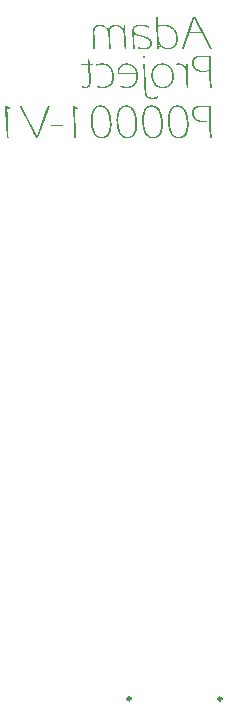
<source format=gbo>
G04*
G04 #@! TF.GenerationSoftware,Altium Limited,Altium Designer,22.7.1 (60)*
G04*
G04 Layer_Color=8421631*
%FSLAX44Y44*%
%MOMM*%
G71*
G04*
G04 #@! TF.SameCoordinates,19F2358B-4240-49B2-A54B-8FB7877D19E4*
G04*
G04*
G04 #@! TF.FilePolarity,Positive*
G04*
G01*
G75*
%ADD12C,0.2540*%
G36*
X500597Y609223D02*
X506436Y597671D01*
X513080Y584679D01*
X511303D01*
X505082Y597628D01*
X493868D01*
X493699Y597163D01*
X493530Y596697D01*
X493149Y595639D01*
X492726Y594497D01*
X492345Y593439D01*
X492176Y592931D01*
X492006Y592466D01*
X491880Y592043D01*
X491753Y591662D01*
X491626Y591365D01*
X491583Y591154D01*
X491499Y590985D01*
Y590942D01*
X491202Y590138D01*
X490948Y589419D01*
X490737Y588742D01*
X490525Y588107D01*
X490314Y587557D01*
X490145Y587049D01*
X489975Y586584D01*
X489848Y586161D01*
X489721Y585822D01*
X489637Y585526D01*
X489552Y585272D01*
X489510Y585060D01*
X489425Y584891D01*
Y584764D01*
X489383Y584722D01*
Y584679D01*
X487563D01*
X493403Y600802D01*
X497254Y611720D01*
X497635Y611677D01*
X498735D01*
X499073Y611720D01*
X499412D01*
X500597Y609223D01*
D02*
G37*
G36*
X467632Y611000D02*
Y610365D01*
X467590Y609773D01*
Y609265D01*
Y608842D01*
Y608504D01*
Y608334D01*
Y608250D01*
Y606980D01*
X467632Y606388D01*
Y605838D01*
X467674Y605372D01*
Y605034D01*
X467717Y604780D01*
Y604737D01*
Y604695D01*
X468605Y604822D01*
X469409Y604949D01*
X470171Y605034D01*
X470848Y605076D01*
X471398Y605118D01*
X472160D01*
X473049Y605076D01*
X473937Y605034D01*
X474741Y604907D01*
X475418Y604780D01*
X476011Y604653D01*
X476476Y604568D01*
X476646Y604526D01*
X476772Y604483D01*
X476815Y604441D01*
X476857D01*
X477661Y604145D01*
X478423Y603806D01*
X479100Y603468D01*
X479692Y603087D01*
X480200Y602749D01*
X480581Y602452D01*
X480793Y602283D01*
X480877Y602198D01*
X481512Y601564D01*
X482062Y600887D01*
X482528Y600252D01*
X482908Y599617D01*
X483205Y599067D01*
X483416Y598644D01*
X483501Y598475D01*
X483543Y598348D01*
X483586Y598305D01*
Y598263D01*
X483882Y597374D01*
X484093Y596528D01*
X484263Y595724D01*
X484347Y594962D01*
X484432Y594370D01*
Y594074D01*
X484474Y593862D01*
Y593693D01*
Y593566D01*
Y593481D01*
Y593439D01*
X484432Y592762D01*
X484389Y592085D01*
X484305Y591492D01*
X484220Y590985D01*
X484136Y590519D01*
X484093Y590181D01*
X484009Y589969D01*
Y589884D01*
X483797Y589292D01*
X483543Y588742D01*
X483247Y588234D01*
X482993Y587769D01*
X482739Y587430D01*
X482528Y587134D01*
X482401Y586964D01*
X482358Y586922D01*
X481893Y586457D01*
X481427Y586076D01*
X480919Y585737D01*
X480496Y585484D01*
X480116Y585272D01*
X479777Y585103D01*
X479608Y585018D01*
X479523Y584976D01*
X478888Y584764D01*
X478254Y584595D01*
X477619Y584468D01*
X477069Y584383D01*
X476603Y584341D01*
X476265Y584299D01*
X475926D01*
X474995Y584341D01*
X474614Y584383D01*
X474234Y584468D01*
X473937Y584510D01*
X473726Y584552D01*
X473557Y584595D01*
X473514D01*
X472668Y584849D01*
X472329Y584976D01*
X472033Y585103D01*
X471779Y585230D01*
X471610Y585314D01*
X471483Y585399D01*
X471441D01*
X470848Y585822D01*
X470383Y586203D01*
X470214Y586372D01*
X470044Y586457D01*
X470002Y586541D01*
X469960Y586584D01*
X469536Y587049D01*
X469198Y587472D01*
X469071Y587642D01*
X468986Y587769D01*
X468902Y587853D01*
Y587896D01*
X468732Y588149D01*
X468563Y588488D01*
X468309Y589080D01*
X468182Y589334D01*
X468098Y589546D01*
X468016Y589669D01*
X468309Y584679D01*
X466744D01*
Y587091D01*
Y587472D01*
Y587896D01*
Y588403D01*
X466701Y588953D01*
Y590138D01*
X466659Y591365D01*
Y591958D01*
Y592508D01*
Y593016D01*
X466617Y593439D01*
Y593820D01*
Y594074D01*
Y594285D01*
Y594328D01*
X466320Y603933D01*
X466278Y605457D01*
X466236Y606853D01*
X466193Y608165D01*
X466151Y608800D01*
X466109Y609350D01*
Y609858D01*
X466067Y610323D01*
X466024Y610746D01*
Y611085D01*
Y611339D01*
X465982Y611550D01*
Y611677D01*
Y611720D01*
X466320Y611677D01*
X467082D01*
X467378Y611720D01*
X467674D01*
X467632Y611000D01*
D02*
G37*
G36*
X454218Y605076D02*
X454768Y605034D01*
X455191D01*
X455614Y604991D01*
X455910Y604949D01*
X456080Y604907D01*
X456164D01*
X456757Y604822D01*
X457349Y604695D01*
X457899Y604568D01*
X458450Y604441D01*
X458915Y604314D01*
X459296Y604230D01*
X459550Y604187D01*
X459592Y604145D01*
X459634D01*
X459719Y603553D01*
X459761Y603045D01*
X459804Y602876D01*
Y602749D01*
X459846Y602664D01*
Y602622D01*
X459380Y602791D01*
X458957Y602960D01*
X458577Y603087D01*
X458280Y603214D01*
X458026Y603299D01*
X457857Y603341D01*
X457730Y603383D01*
X457688D01*
X456968Y603553D01*
X456291Y603680D01*
X455995Y603722D01*
X455741Y603764D01*
X455572Y603806D01*
X455530D01*
X454556Y603933D01*
X454091Y603976D01*
X453668D01*
X453329Y604018D01*
X452779D01*
X451890Y603976D01*
X451510Y603933D01*
X451129Y603891D01*
X450833Y603849D01*
X450621Y603806D01*
X450452Y603764D01*
X450409D01*
X449986Y603680D01*
X449648Y603553D01*
X449309Y603426D01*
X449013Y603299D01*
X448801Y603172D01*
X448632Y603087D01*
X448548Y603045D01*
X448505Y603003D01*
X448251Y602791D01*
X447997Y602579D01*
X447701Y602198D01*
X447574Y602029D01*
X447490Y601945D01*
X447447Y601860D01*
Y601818D01*
X447278Y601352D01*
X447193Y600929D01*
X447151Y600802D01*
Y600675D01*
Y600590D01*
Y600548D01*
X447193Y600210D01*
X447236Y599871D01*
X447363Y599533D01*
X447447Y599279D01*
X447574Y599025D01*
X447701Y598855D01*
X447743Y598728D01*
X447786Y598686D01*
X448040Y598390D01*
X448336Y598094D01*
X448928Y597671D01*
X449182Y597501D01*
X449394Y597374D01*
X449563Y597332D01*
X449605Y597290D01*
X450452Y596951D01*
X450875Y596782D01*
X451256Y596697D01*
X451552Y596570D01*
X451806Y596486D01*
X451975Y596443D01*
X452017D01*
X452525Y596316D01*
X452991Y596189D01*
X453372Y596105D01*
X453752Y596020D01*
X454049Y595936D01*
X454302Y595851D01*
X454726Y595766D01*
X455022Y595682D01*
X455149Y595639D01*
X455233Y595597D01*
X455276D01*
X455826Y595428D01*
X456376Y595259D01*
X456842Y595132D01*
X457265Y594962D01*
X457603Y594835D01*
X457899Y594751D01*
X458069Y594708D01*
X458111Y594666D01*
X458915Y594285D01*
X459254Y594116D01*
X459592Y593947D01*
X459846Y593778D01*
X460015Y593693D01*
X460142Y593608D01*
X460185Y593566D01*
X460735Y593185D01*
X461115Y592846D01*
X461369Y592550D01*
X461412Y592508D01*
X461454Y592466D01*
X461835Y591916D01*
X462089Y591450D01*
X462173Y591239D01*
X462258Y591069D01*
X462300Y590985D01*
Y590942D01*
X462427Y590392D01*
X462512Y589884D01*
X462554Y589673D01*
Y589504D01*
Y589419D01*
Y589377D01*
X462470Y588573D01*
X462427Y588234D01*
X462343Y587896D01*
X462258Y587642D01*
X462216Y587430D01*
X462131Y587303D01*
Y587261D01*
X461920Y586922D01*
X461708Y586584D01*
X461496Y586287D01*
X461242Y586034D01*
X461073Y585822D01*
X460904Y585653D01*
X460777Y585568D01*
X460735Y585526D01*
X460354Y585272D01*
X459973Y585060D01*
X459550Y584891D01*
X459169Y584764D01*
X458873Y584679D01*
X458577Y584595D01*
X458407Y584552D01*
X458365D01*
X457265Y584426D01*
X456757Y584341D01*
X456291D01*
X455868Y584299D01*
X455276D01*
X454599Y584341D01*
X454006Y584383D01*
X453752D01*
X453541Y584426D01*
X453372D01*
X452948Y584468D01*
X452525Y584510D01*
X452102Y584595D01*
X451679Y584637D01*
X451298Y584722D01*
X451002Y584764D01*
X450833Y584806D01*
X450748D01*
X450663Y585356D01*
X450579Y585864D01*
X450536Y586034D01*
X450494Y586203D01*
X450452Y586287D01*
Y586330D01*
X450917Y586161D01*
X451298Y586034D01*
X451637Y585907D01*
X451933Y585822D01*
X452144Y585780D01*
X452314Y585737D01*
X452398Y585695D01*
X452441D01*
X452948Y585610D01*
X453414Y585526D01*
X453625D01*
X453795Y585484D01*
X453922D01*
X454472Y585441D01*
X455022Y585399D01*
X456122D01*
X456672Y585441D01*
X457138Y585526D01*
X457561Y585610D01*
X457899Y585653D01*
X458153Y585737D01*
X458323Y585780D01*
X458365D01*
X458788Y585949D01*
X459169Y586161D01*
X459507Y586372D01*
X459761Y586584D01*
X460015Y586795D01*
X460185Y586922D01*
X460269Y587049D01*
X460311Y587091D01*
X460565Y587472D01*
X460735Y587853D01*
X460904Y588234D01*
X460989Y588573D01*
X461031Y588869D01*
X461073Y589123D01*
Y589292D01*
Y589334D01*
X461031Y589927D01*
X460904Y590477D01*
X460862Y590646D01*
X460819Y590815D01*
X460777Y590900D01*
Y590942D01*
X460523Y591408D01*
X460227Y591789D01*
X460100Y591958D01*
X459973Y592085D01*
X459931Y592127D01*
X459888Y592169D01*
X459338Y592635D01*
X458788Y593016D01*
X458577Y593143D01*
X458407Y593270D01*
X458280Y593312D01*
X458238Y593354D01*
X457857Y593524D01*
X457434Y593693D01*
X456968Y593862D01*
X456545Y594031D01*
X456164Y594158D01*
X455868Y594285D01*
X455657Y594328D01*
X455572Y594370D01*
X455233Y594454D01*
X454853Y594581D01*
X454049Y594835D01*
X453668Y594920D01*
X453372Y595005D01*
X453160Y595089D01*
X453075D01*
X452483Y595259D01*
X451975Y595386D01*
X451594Y595470D01*
X451298Y595555D01*
X451087Y595639D01*
X450960D01*
X450875Y595682D01*
X450536Y595809D01*
X450198Y595936D01*
X449944Y596020D01*
X449902Y596063D01*
X449859D01*
X449478Y596232D01*
X449182Y596359D01*
X449013Y596443D01*
X448928Y596486D01*
X448674Y596655D01*
X448420Y596782D01*
X448251Y596867D01*
X448209Y596909D01*
X447913Y597163D01*
X447617Y597417D01*
X447363Y597628D01*
X447320Y597671D01*
X447278Y597713D01*
X447363Y596274D01*
X447405Y595597D01*
X447447Y594962D01*
Y594412D01*
X447490Y593989D01*
Y593820D01*
Y593693D01*
Y593651D01*
Y593608D01*
Y592804D01*
X447532Y592085D01*
X447574Y591365D01*
Y590773D01*
X447617Y590265D01*
Y589884D01*
X447659Y589631D01*
Y589588D01*
Y589546D01*
X447701Y588784D01*
X447743Y588022D01*
X447786Y587176D01*
X447870Y586414D01*
X447913Y585737D01*
X447955Y585441D01*
Y585187D01*
Y584976D01*
X447997Y584806D01*
Y584722D01*
Y584679D01*
X446347D01*
Y586330D01*
Y586838D01*
Y587388D01*
X446305Y588022D01*
Y588615D01*
Y589165D01*
X446262Y589631D01*
Y589800D01*
Y589927D01*
Y590011D01*
Y590054D01*
X446220Y590985D01*
X446178Y591831D01*
Y592593D01*
X446135Y593227D01*
X446093Y593735D01*
X446051Y594116D01*
Y594328D01*
Y594412D01*
X446008Y595047D01*
X445966Y595682D01*
X445924Y596232D01*
X445882Y596740D01*
Y597121D01*
X445839Y597459D01*
Y597628D01*
Y597713D01*
X445797Y598263D01*
Y598728D01*
X445755Y599194D01*
Y599533D01*
Y599829D01*
Y600040D01*
Y600167D01*
Y600210D01*
X445797Y600929D01*
X445839Y601225D01*
X445924Y601521D01*
X445966Y601775D01*
X446051Y601945D01*
X446093Y602071D01*
Y602114D01*
X446220Y602452D01*
X446432Y602749D01*
X446643Y603045D01*
X446855Y603299D01*
X447024Y603468D01*
X447193Y603637D01*
X447320Y603722D01*
X447363Y603764D01*
X447743Y604018D01*
X448167Y604230D01*
X448590Y604399D01*
X448971Y604526D01*
X449309Y604653D01*
X449605Y604737D01*
X449775Y604780D01*
X449859D01*
X451002Y604991D01*
X451552Y605034D01*
X452060Y605076D01*
X452483Y605118D01*
X453118D01*
X454218Y605076D01*
D02*
G37*
G36*
X432510D02*
X432933Y604991D01*
X433271Y604949D01*
X433610Y604864D01*
X433821Y604780D01*
X433991Y604737D01*
X434033D01*
X434837Y604441D01*
X435176Y604272D01*
X435514Y604145D01*
X435768Y603976D01*
X435937Y603891D01*
X436064Y603806D01*
X436106Y603764D01*
X436699Y603299D01*
X437164Y602833D01*
X437334Y602664D01*
X437461Y602537D01*
X437503Y602452D01*
X437545Y602410D01*
X437757Y602156D01*
X437926Y601818D01*
X438307Y601225D01*
X438476Y600929D01*
X438561Y600717D01*
X438646Y600548D01*
X438688Y600506D01*
X438476Y604695D01*
X438772Y604653D01*
X439534D01*
X439788Y604695D01*
X440042D01*
Y603849D01*
Y603426D01*
Y603045D01*
Y602706D01*
Y602452D01*
Y602283D01*
Y602198D01*
X440550Y588996D01*
X440592Y588403D01*
Y587853D01*
X440634Y587642D01*
Y587472D01*
Y587388D01*
Y587345D01*
X440846Y584679D01*
X439280D01*
Y585864D01*
X439238Y587134D01*
Y588361D01*
X439196Y589546D01*
Y590096D01*
X439153Y590561D01*
Y591027D01*
Y591408D01*
X439111Y591704D01*
Y591916D01*
Y592085D01*
Y592127D01*
X439069Y592846D01*
X439026Y593481D01*
X438984Y594116D01*
X438942Y594666D01*
X438899Y595132D01*
X438857Y595597D01*
X438815Y596020D01*
X438772Y596359D01*
Y596655D01*
X438730Y596909D01*
X438688Y597163D01*
X438646Y597332D01*
X438603Y597544D01*
Y597628D01*
X438434Y598263D01*
X438307Y598813D01*
X438138Y599321D01*
X437968Y599702D01*
X437841Y600040D01*
X437715Y600252D01*
X437672Y600421D01*
X437630Y600463D01*
X437376Y600844D01*
X437164Y601225D01*
X436911Y601521D01*
X436657Y601775D01*
X436445Y601987D01*
X436276Y602156D01*
X436191Y602241D01*
X436149Y602283D01*
X435472Y602791D01*
X434837Y603172D01*
X434541Y603299D01*
X434329Y603383D01*
X434202Y603468D01*
X434160D01*
X433314Y603722D01*
X432890Y603806D01*
X432552Y603849D01*
X432256Y603891D01*
X431790D01*
X430986Y603849D01*
X430648Y603764D01*
X430351Y603722D01*
X430098Y603637D01*
X429928Y603553D01*
X429801Y603510D01*
X429759D01*
X429082Y603214D01*
X428828Y603045D01*
X428574Y602918D01*
X428405Y602749D01*
X428278Y602664D01*
X428193Y602579D01*
X428151Y602537D01*
X427728Y602071D01*
X427474Y601606D01*
X427389Y601437D01*
X427305Y601268D01*
X427262Y601183D01*
Y601141D01*
X427178Y600844D01*
X427093Y600463D01*
X427008Y599744D01*
X426966Y599406D01*
Y599152D01*
Y598982D01*
Y598898D01*
Y598263D01*
Y597628D01*
X427008Y596951D01*
Y596359D01*
X427051Y595809D01*
Y595343D01*
X427093Y595174D01*
Y595089D01*
Y595005D01*
Y594962D01*
X427347Y589969D01*
X427389Y588996D01*
X427432Y588065D01*
X427474Y587176D01*
X427516Y586372D01*
X427559Y585653D01*
Y585399D01*
Y585145D01*
X427601Y584933D01*
Y584806D01*
Y584722D01*
Y584679D01*
X426035D01*
X425824Y592593D01*
X425781Y593270D01*
Y593904D01*
X425739Y594497D01*
X425697Y595047D01*
X425654Y595512D01*
X425612Y595936D01*
X425570Y596316D01*
X425527Y596655D01*
X425485Y596951D01*
Y597205D01*
X425400Y597586D01*
X425358Y597798D01*
Y597882D01*
X425231Y598517D01*
X425062Y599067D01*
X424935Y599533D01*
X424766Y599913D01*
X424681Y600252D01*
X424554Y600463D01*
X424512Y600590D01*
X424469Y600633D01*
X424004Y601352D01*
X423750Y601648D01*
X423539Y601902D01*
X423327Y602071D01*
X423158Y602241D01*
X423073Y602325D01*
X423031Y602368D01*
X422354Y602833D01*
X421719Y603172D01*
X421465Y603299D01*
X421253Y603383D01*
X421127Y603468D01*
X421084D01*
X420238Y603722D01*
X419857Y603806D01*
X419476Y603849D01*
X419138Y603891D01*
X418672D01*
X418037Y603849D01*
X417530Y603806D01*
X417318Y603764D01*
X417149Y603722D01*
X417064Y603680D01*
X417022D01*
X416472Y603510D01*
X416049Y603383D01*
X415879Y603299D01*
X415752Y603214D01*
X415710Y603172D01*
X415668D01*
X415244Y602918D01*
X414948Y602664D01*
X414779Y602495D01*
X414694Y602410D01*
X414440Y602071D01*
X414271Y601775D01*
X414144Y601564D01*
X414102Y601521D01*
Y601479D01*
X413975Y601141D01*
X413890Y600802D01*
X413848Y600590D01*
Y600548D01*
Y600506D01*
X413806Y600125D01*
X413763Y599744D01*
Y599575D01*
Y599448D01*
Y599363D01*
Y599321D01*
Y598771D01*
Y598221D01*
X413806Y597671D01*
Y597121D01*
X413848Y596655D01*
Y596274D01*
X413890Y596020D01*
Y595978D01*
Y595936D01*
X414144Y590477D01*
X414187Y589250D01*
X414271Y588149D01*
X414314Y587176D01*
X414356Y586330D01*
X414398Y585949D01*
Y585610D01*
X414440Y585356D01*
Y585103D01*
X414483Y584933D01*
Y584806D01*
Y584722D01*
Y584679D01*
X412917D01*
Y585780D01*
X412875Y586880D01*
Y587980D01*
X412832Y588996D01*
Y589419D01*
X412790Y589842D01*
Y590223D01*
Y590561D01*
X412748Y590815D01*
Y590985D01*
Y591111D01*
Y591154D01*
X412705Y592423D01*
X412621Y593566D01*
X412579Y594539D01*
X412536Y594962D01*
Y595343D01*
Y595682D01*
X412494Y595978D01*
Y596232D01*
X412452Y596401D01*
Y596570D01*
Y596697D01*
Y596740D01*
Y596782D01*
X412409Y597501D01*
X412367Y598094D01*
X412325Y598601D01*
X412282Y599025D01*
Y599321D01*
Y599575D01*
Y599702D01*
Y599744D01*
X412325Y600379D01*
X412409Y600929D01*
X412536Y601437D01*
X412663Y601860D01*
X412832Y602241D01*
X412959Y602495D01*
X413044Y602664D01*
X413086Y602706D01*
X413425Y603129D01*
X413763Y603510D01*
X414144Y603849D01*
X414525Y604103D01*
X414864Y604272D01*
X415117Y604441D01*
X415287Y604483D01*
X415371Y604526D01*
X415922Y604737D01*
X416472Y604864D01*
X417022Y604991D01*
X417487Y605034D01*
X417910Y605076D01*
X418207Y605118D01*
X418503D01*
X419264Y605076D01*
X419603Y605034D01*
X419942Y604991D01*
X420196Y604907D01*
X420407Y604864D01*
X420534Y604822D01*
X420576D01*
X421296Y604610D01*
X421592Y604483D01*
X421888Y604357D01*
X422100Y604272D01*
X422269Y604187D01*
X422396Y604145D01*
X422438Y604103D01*
X422988Y603764D01*
X423454Y603426D01*
X423623Y603299D01*
X423750Y603172D01*
X423835Y603129D01*
X423877Y603087D01*
X424258Y602664D01*
X424596Y602283D01*
X424766Y601987D01*
X424850Y601945D01*
Y601902D01*
X425104Y601479D01*
X425316Y601056D01*
X425443Y600844D01*
X425485Y600717D01*
X425570Y600633D01*
Y600590D01*
X425654Y600929D01*
X425739Y601225D01*
X425824Y601521D01*
X425908Y601733D01*
X425993Y601902D01*
X426035Y602029D01*
X426077Y602071D01*
Y602114D01*
X426289Y602495D01*
X426543Y602833D01*
X426712Y603087D01*
X426754Y603129D01*
X426797Y603172D01*
X427135Y603553D01*
X427516Y603849D01*
X427686Y603933D01*
X427812Y604018D01*
X427897Y604103D01*
X427939D01*
X428489Y604399D01*
X428997Y604610D01*
X429251Y604695D01*
X429421Y604780D01*
X429547Y604822D01*
X429590D01*
X430309Y604991D01*
X430648Y605034D01*
X430986Y605076D01*
X431240Y605118D01*
X431621D01*
X432510Y605076D01*
D02*
G37*
G36*
X512064Y577367D02*
X512107Y575802D01*
Y574278D01*
X512149Y573559D01*
Y572882D01*
Y572247D01*
X512191Y571655D01*
Y571147D01*
Y570681D01*
X512234Y570343D01*
Y570046D01*
Y569877D01*
Y569835D01*
X512615Y559975D01*
X512699Y558240D01*
X512742Y557436D01*
X512784Y556674D01*
X512826Y555955D01*
X512868Y555320D01*
X512911Y554686D01*
Y554136D01*
X512953Y553628D01*
X512995Y553162D01*
Y552781D01*
X513038Y552443D01*
Y552189D01*
X513080Y552020D01*
Y551893D01*
Y551850D01*
X511218D01*
X511260Y553924D01*
Y554093D01*
Y554305D01*
Y554770D01*
X511218Y555405D01*
Y556167D01*
Y556971D01*
X511176Y557817D01*
X511133Y559594D01*
X511091Y560483D01*
Y561329D01*
X511049Y562091D01*
Y562768D01*
Y563360D01*
X511007Y563784D01*
Y563953D01*
Y564080D01*
Y564122D01*
Y564165D01*
X510964Y565773D01*
X510880Y567254D01*
X510837Y568650D01*
X510795Y569962D01*
X510753Y571189D01*
X510668Y572289D01*
X510626Y573305D01*
X510583Y574193D01*
X510541Y574997D01*
Y575717D01*
X510499Y576309D01*
X510456Y576775D01*
Y577156D01*
X510414Y577452D01*
Y577621D01*
Y577663D01*
X509272Y577621D01*
X503432D01*
X502755Y577579D01*
X502162Y577536D01*
X501697Y577452D01*
X501358Y577410D01*
X501105Y577325D01*
X500978Y577282D01*
X500935D01*
X500258Y577029D01*
X500004Y576859D01*
X499750Y576690D01*
X499581Y576563D01*
X499454Y576436D01*
X499370Y576394D01*
X499327Y576352D01*
X498904Y575886D01*
X498565Y575378D01*
X498481Y575167D01*
X498396Y574997D01*
X498312Y574870D01*
Y574828D01*
X498100Y574109D01*
X498015Y573770D01*
X497973Y573474D01*
X497931Y573220D01*
Y573009D01*
Y572882D01*
Y572839D01*
X497973Y572289D01*
X498015Y571781D01*
X498142Y571274D01*
X498227Y570850D01*
X498354Y570470D01*
X498481Y570216D01*
X498523Y570046D01*
X498565Y569962D01*
X498819Y569496D01*
X499116Y569031D01*
X499412Y568650D01*
X499666Y568354D01*
X499920Y568058D01*
X500131Y567888D01*
X500258Y567761D01*
X500300Y567719D01*
X500724Y567423D01*
X501147Y567127D01*
X501612Y566915D01*
X501993Y566746D01*
X502374Y566619D01*
X502670Y566534D01*
X502839Y566450D01*
X502924D01*
X504109Y566238D01*
X504659Y566153D01*
X505125Y566111D01*
X505548D01*
X505886Y566069D01*
X506182D01*
X507410Y566111D01*
X508002Y566196D01*
X508552Y566238D01*
X508975Y566323D01*
X509356Y566365D01*
X509568Y566407D01*
X509652D01*
X509483Y565942D01*
X509398Y565561D01*
X509314Y565265D01*
X509272Y565222D01*
Y565180D01*
X508595Y565053D01*
X507960Y564968D01*
X507410Y564926D01*
X506902Y564884D01*
X506521Y564841D01*
X505928D01*
X504955Y564884D01*
X504024Y564968D01*
X503220Y565138D01*
X502501Y565307D01*
X501908Y565476D01*
X501485Y565645D01*
X501316Y565688D01*
X501189Y565730D01*
X501147Y565773D01*
X501105D01*
X500343Y566153D01*
X499666Y566619D01*
X499116Y567084D01*
X498608Y567508D01*
X498227Y567931D01*
X497931Y568269D01*
X497761Y568481D01*
X497719Y568565D01*
X497296Y569285D01*
X497000Y570046D01*
X496746Y570766D01*
X496619Y571443D01*
X496534Y572035D01*
X496450Y572501D01*
Y572670D01*
Y572797D01*
Y572882D01*
Y572924D01*
Y573432D01*
X496534Y573897D01*
X496619Y574320D01*
X496704Y574744D01*
X496788Y575040D01*
X496873Y575294D01*
X496915Y575463D01*
X496958Y575505D01*
X497169Y575928D01*
X497381Y576352D01*
X497635Y576690D01*
X497888Y576986D01*
X498100Y577240D01*
X498269Y577410D01*
X498396Y577536D01*
X498438Y577579D01*
X498819Y577875D01*
X499200Y578087D01*
X499539Y578298D01*
X499877Y578425D01*
X500173Y578510D01*
X500385Y578594D01*
X500554Y578637D01*
X500597D01*
X501062Y578721D01*
X501570Y578806D01*
X502120Y578848D01*
X502585D01*
X503051Y578891D01*
X503728D01*
X508129Y578848D01*
X512064Y578891D01*
Y577367D01*
D02*
G37*
G36*
X456842Y576944D02*
X454853D01*
X454810Y578891D01*
X455149Y578848D01*
X456207D01*
X456503Y578891D01*
X456842D01*
Y576944D01*
D02*
G37*
G36*
X456799Y570131D02*
Y569962D01*
Y569623D01*
Y569242D01*
X456842Y568735D01*
Y568185D01*
Y567592D01*
X456884Y566280D01*
Y565645D01*
X456926Y565053D01*
Y564461D01*
Y563953D01*
X456968Y563530D01*
Y563233D01*
Y563022D01*
Y562937D01*
X457011Y561879D01*
X457053Y560906D01*
Y560060D01*
X457095Y559256D01*
X457138Y558579D01*
Y557944D01*
Y557436D01*
X457180Y556928D01*
Y556548D01*
Y556209D01*
X457222Y555955D01*
Y555701D01*
Y555574D01*
Y555447D01*
Y555405D01*
Y555363D01*
X457265Y554432D01*
X457307Y553628D01*
X457349Y552866D01*
X457392Y552147D01*
X457434Y551554D01*
X457476Y551004D01*
X457519Y550539D01*
Y550115D01*
X457561Y549777D01*
Y549481D01*
X457603Y549227D01*
Y549058D01*
X457645Y548888D01*
Y548804D01*
Y548719D01*
X457730Y548169D01*
X457815Y547661D01*
X457899Y547238D01*
X457942Y546899D01*
X458026Y546603D01*
X458111Y546349D01*
X458153Y546222D01*
Y546180D01*
X458365Y545630D01*
X458577Y545249D01*
X458746Y545037D01*
X458788Y544953D01*
X459042Y544657D01*
X459338Y544403D01*
X459550Y544233D01*
X459592Y544191D01*
X459634D01*
X460058Y543937D01*
X460438Y543768D01*
X460650Y543683D01*
X460777Y543641D01*
X460862Y543599D01*
X460904D01*
X461496Y543472D01*
X462004Y543387D01*
X462216Y543345D01*
X462554D01*
X463400Y543387D01*
X464247Y543514D01*
X465093Y543683D01*
X465813Y543853D01*
X466490Y544022D01*
X466744Y544106D01*
X466955Y544191D01*
X467167Y544276D01*
X467294Y544318D01*
X467378Y544360D01*
X467421D01*
X467336Y543768D01*
X467294Y543260D01*
Y543091D01*
Y542964D01*
Y542879D01*
Y542837D01*
X466405Y542625D01*
X465559Y542499D01*
X464797Y542371D01*
X464120Y542329D01*
X463612Y542287D01*
X463189Y542245D01*
X462300D01*
X461835Y542287D01*
X461412Y542329D01*
X461031Y542414D01*
X460735Y542456D01*
X460523Y542499D01*
X460396Y542541D01*
X460354D01*
X459804Y542752D01*
X459296Y542964D01*
X459127Y543049D01*
X458957Y543133D01*
X458873Y543218D01*
X458830D01*
X458365Y543556D01*
X457984Y543853D01*
X457730Y544106D01*
X457688Y544149D01*
X457645Y544191D01*
X457349Y544614D01*
X457095Y545037D01*
X457011Y545207D01*
X456968Y545291D01*
X456926Y545376D01*
Y545418D01*
X456799Y545757D01*
X456672Y546180D01*
X456503Y546942D01*
X456461Y547280D01*
X456418Y547534D01*
X456376Y547703D01*
Y547788D01*
X456334Y548084D01*
X456291Y548423D01*
X456249Y548846D01*
X456207Y549354D01*
X456164Y550412D01*
X456080Y551512D01*
X456037Y552570D01*
X455995Y553035D01*
Y553458D01*
X455953Y553797D01*
Y554093D01*
Y554262D01*
Y554305D01*
X455614Y563149D01*
X455191Y571866D01*
X455530Y571824D01*
X456207D01*
X456503Y571866D01*
X456799D01*
Y570131D01*
D02*
G37*
G36*
X442369Y572205D02*
X443427Y572035D01*
X444358Y571781D01*
X445120Y571485D01*
X445755Y571189D01*
X446051Y571062D01*
X446262Y570935D01*
X446432Y570850D01*
X446559Y570766D01*
X446601Y570681D01*
X446643D01*
X447405Y570046D01*
X448040Y569412D01*
X448548Y568735D01*
X449013Y568100D01*
X449309Y567550D01*
X449563Y567127D01*
X449648Y566957D01*
X449690Y566830D01*
X449732Y566746D01*
Y566703D01*
X450029Y565773D01*
X450283Y564884D01*
X450452Y563995D01*
X450536Y563233D01*
X450621Y562556D01*
Y562260D01*
X450663Y562006D01*
Y561795D01*
Y561668D01*
Y561583D01*
Y561541D01*
X450621Y560779D01*
X450579Y560017D01*
X450494Y559340D01*
X450367Y558748D01*
X450283Y558283D01*
X450198Y557902D01*
X450155Y557648D01*
X450113Y557605D01*
Y557563D01*
X449859Y556886D01*
X449605Y556294D01*
X449309Y555701D01*
X449013Y555193D01*
X448717Y554813D01*
X448505Y554474D01*
X448336Y554305D01*
X448294Y554220D01*
X447786Y553712D01*
X447236Y553247D01*
X446728Y552908D01*
X446220Y552612D01*
X445797Y552401D01*
X445458Y552231D01*
X445247Y552147D01*
X445162Y552104D01*
X444443Y551893D01*
X443723Y551723D01*
X443004Y551639D01*
X442327Y551554D01*
X441777Y551512D01*
X441311Y551469D01*
X440930D01*
X439957Y551512D01*
X439492Y551554D01*
X439069Y551596D01*
X438730D01*
X438476Y551639D01*
X438307Y551681D01*
X438265D01*
X437249Y551850D01*
X436741Y551977D01*
X436276Y552062D01*
X435895Y552147D01*
X435599Y552231D01*
X435387Y552316D01*
X435303D01*
X435218Y552866D01*
X435133Y553374D01*
X435091Y553543D01*
Y553712D01*
X435049Y553797D01*
Y553839D01*
X436233Y553416D01*
X437334Y553120D01*
X438349Y552866D01*
X439238Y552739D01*
X439619Y552697D01*
X439957Y552654D01*
X440253Y552612D01*
X440507D01*
X440719Y552570D01*
X440973D01*
X441608Y552612D01*
X442200Y552654D01*
X442793Y552739D01*
X443258Y552866D01*
X443681Y552951D01*
X444020Y553035D01*
X444189Y553078D01*
X444273Y553120D01*
X444824Y553374D01*
X445374Y553670D01*
X445797Y553924D01*
X446220Y554220D01*
X446516Y554474D01*
X446770Y554686D01*
X446940Y554855D01*
X446982Y554897D01*
X447363Y555363D01*
X447701Y555870D01*
X447997Y556336D01*
X448209Y556801D01*
X448378Y557225D01*
X448548Y557521D01*
X448590Y557732D01*
X448632Y557817D01*
X448801Y558494D01*
X448928Y559129D01*
X449055Y559763D01*
X449098Y560314D01*
X449140Y560821D01*
X449182Y561160D01*
Y561414D01*
Y561498D01*
Y561752D01*
Y562091D01*
X449140Y562726D01*
Y562980D01*
X449098Y563233D01*
Y563403D01*
Y563445D01*
X433398D01*
X433356Y563784D01*
Y564038D01*
Y564249D01*
Y564334D01*
X433398Y565265D01*
X433525Y566111D01*
X433694Y566873D01*
X433864Y567508D01*
X434033Y568058D01*
X434202Y568438D01*
X434329Y568692D01*
X434371Y568777D01*
X434795Y569412D01*
X435260Y569962D01*
X435726Y570427D01*
X436149Y570808D01*
X436572Y571104D01*
X436911Y571274D01*
X437122Y571401D01*
X437164Y571443D01*
X437207D01*
X437884Y571739D01*
X438561Y571951D01*
X439238Y572078D01*
X439873Y572205D01*
X440380Y572247D01*
X440804Y572289D01*
X441184D01*
X442369Y572205D01*
D02*
G37*
G36*
X421634D02*
X422777Y572035D01*
X423750Y571824D01*
X424173Y571655D01*
X424596Y571527D01*
X424935Y571401D01*
X425231Y571231D01*
X425527Y571104D01*
X425739Y571020D01*
X425908Y570893D01*
X426035Y570850D01*
X426077Y570766D01*
X426120D01*
X426881Y570131D01*
X427516Y569496D01*
X428066Y568777D01*
X428489Y568142D01*
X428828Y567550D01*
X429082Y567042D01*
X429167Y566873D01*
X429209Y566746D01*
X429251Y566661D01*
Y566619D01*
X429590Y565645D01*
X429801Y564672D01*
X429971Y563741D01*
X430098Y562895D01*
X430182Y562176D01*
Y561879D01*
X430224Y561626D01*
Y561414D01*
Y561245D01*
Y561160D01*
Y561118D01*
X430182Y560356D01*
X430140Y559594D01*
X430055Y558917D01*
X429928Y558283D01*
X429801Y557775D01*
X429717Y557394D01*
X429674Y557140D01*
X429632Y557098D01*
Y557055D01*
X429378Y556378D01*
X429082Y555743D01*
X428743Y555236D01*
X428447Y554770D01*
X428151Y554389D01*
X427939Y554093D01*
X427770Y553924D01*
X427728Y553882D01*
X427220Y553458D01*
X426670Y553078D01*
X426162Y552739D01*
X425697Y552485D01*
X425274Y552273D01*
X424935Y552147D01*
X424723Y552062D01*
X424639Y552020D01*
X423962Y551850D01*
X423285Y551723D01*
X422650Y551596D01*
X422057Y551554D01*
X421550Y551512D01*
X421127Y551469D01*
X420788D01*
X419984Y551512D01*
X419138Y551554D01*
X418334Y551639D01*
X417614Y551723D01*
X417022Y551808D01*
X416726Y551850D01*
X416514Y551893D01*
X416345Y551935D01*
X416218Y551977D01*
X416091D01*
X416006Y552485D01*
X415922Y552993D01*
X415879Y553204D01*
X415837Y553374D01*
X415795Y553458D01*
Y553501D01*
X416429Y553331D01*
X416979Y553162D01*
X417445Y553035D01*
X417868Y552908D01*
X418207Y552824D01*
X418418Y552781D01*
X418587Y552739D01*
X418630D01*
X419434Y552654D01*
X419772Y552612D01*
X420069D01*
X420322Y552570D01*
X420703D01*
X421338Y552612D01*
X421973Y552654D01*
X422523Y552739D01*
X423031Y552866D01*
X423454Y552951D01*
X423750Y553035D01*
X423962Y553078D01*
X424046Y553120D01*
X424596Y553331D01*
X425104Y553585D01*
X425570Y553882D01*
X425951Y554136D01*
X426289Y554347D01*
X426501Y554559D01*
X426670Y554686D01*
X426712Y554728D01*
X427093Y555151D01*
X427389Y555616D01*
X427686Y556082D01*
X427897Y556548D01*
X428066Y556928D01*
X428193Y557225D01*
X428236Y557436D01*
X428278Y557521D01*
X428447Y558156D01*
X428532Y558833D01*
X428616Y559425D01*
X428701Y560017D01*
Y560483D01*
X428743Y560864D01*
Y561118D01*
Y561160D01*
Y561202D01*
Y561879D01*
X428659Y562514D01*
X428616Y563149D01*
X428532Y563699D01*
X428447Y564122D01*
X428405Y564503D01*
X428320Y564715D01*
Y564799D01*
X428109Y565476D01*
X427897Y566069D01*
X427643Y566661D01*
X427389Y567127D01*
X427135Y567550D01*
X426966Y567846D01*
X426839Y568015D01*
X426797Y568100D01*
X426374Y568608D01*
X425951Y569073D01*
X425485Y569454D01*
X425104Y569793D01*
X424723Y570046D01*
X424427Y570258D01*
X424258Y570343D01*
X424173Y570385D01*
X423539Y570639D01*
X422904Y570850D01*
X422269Y570977D01*
X421719Y571104D01*
X421211Y571147D01*
X420788Y571189D01*
X420449D01*
X419688Y571147D01*
X419349Y571104D01*
X419011D01*
X418757Y571062D01*
X418545Y571020D01*
X418376Y570977D01*
X418334D01*
X417868Y570893D01*
X417318Y570766D01*
X416768Y570639D01*
X416260Y570512D01*
X415795Y570385D01*
X415414Y570258D01*
X415160Y570216D01*
X415117Y570173D01*
X415075D01*
X415160Y570681D01*
X415202Y571147D01*
Y571316D01*
Y571443D01*
Y571527D01*
Y571570D01*
X416133Y571824D01*
X417022Y571993D01*
X417910Y572120D01*
X418672Y572205D01*
X419349Y572247D01*
X419645Y572289D01*
X420322D01*
X421634Y572205D01*
D02*
G37*
G36*
X408685Y575717D02*
X409109Y575675D01*
X409320Y575632D01*
X409447Y575590D01*
X409574D01*
Y574701D01*
X409616Y573940D01*
X409659Y573305D01*
Y572797D01*
X409701Y572374D01*
Y572078D01*
X409743Y571908D01*
Y571866D01*
X412113D01*
X412155Y571443D01*
Y571104D01*
X412198Y570850D01*
Y570808D01*
Y570766D01*
X409786D01*
X410463Y557648D01*
Y557267D01*
X410505Y556928D01*
Y556674D01*
Y556463D01*
Y556336D01*
Y556251D01*
Y556167D01*
Y555955D01*
Y555786D01*
Y555701D01*
Y555659D01*
X410463Y555024D01*
X410420Y554516D01*
X410378Y554305D01*
Y554136D01*
X410336Y554051D01*
Y554008D01*
X410167Y553458D01*
X409913Y552993D01*
X409786Y552824D01*
X409701Y552697D01*
X409659Y552612D01*
X409616Y552570D01*
X409151Y552189D01*
X408728Y551893D01*
X408516Y551808D01*
X408347Y551766D01*
X408262Y551723D01*
X408220D01*
X407543Y551596D01*
X406866Y551512D01*
X406612Y551469D01*
X406189D01*
X405173Y551512D01*
X404665Y551596D01*
X404200Y551681D01*
X403819Y551723D01*
X403480Y551808D01*
X403311Y551850D01*
X403227D01*
X403142Y552316D01*
X403057Y552739D01*
X403015Y552866D01*
Y552993D01*
X402973Y553078D01*
Y553120D01*
X403480Y552993D01*
X403946Y552908D01*
X404285Y552824D01*
X404581Y552739D01*
X404792Y552697D01*
X404962Y552654D01*
X405089D01*
X405512Y552612D01*
X405850Y552570D01*
X406189D01*
X406739Y552612D01*
X407204Y552739D01*
X407416Y552781D01*
X407543Y552824D01*
X407627Y552866D01*
X407670D01*
X408135Y553162D01*
X408474Y553543D01*
X408601Y553712D01*
X408685Y553839D01*
X408770Y553924D01*
Y553966D01*
X408897Y554305D01*
X408982Y554686D01*
X409109Y555447D01*
Y555828D01*
X409151Y556124D01*
Y556294D01*
Y556378D01*
X409109Y557182D01*
X408432Y570766D01*
X402550D01*
X402507Y571189D01*
X402465Y571527D01*
X402423Y571781D01*
Y571824D01*
Y571866D01*
X408389D01*
Y572035D01*
Y572247D01*
X408347Y572797D01*
Y573474D01*
X408305Y574151D01*
X408262Y574786D01*
Y575336D01*
X408220Y575548D01*
Y575717D01*
Y575802D01*
Y575844D01*
X408685Y575717D01*
D02*
G37*
G36*
X485701Y572247D02*
X486040Y572205D01*
X486378Y572162D01*
X486632Y572120D01*
X486844Y572078D01*
X486971Y572035D01*
X487013D01*
X487733Y571824D01*
X488029Y571697D01*
X488283Y571570D01*
X488536Y571485D01*
X488706Y571401D01*
X488790Y571358D01*
X488833Y571316D01*
X489383Y570935D01*
X489806Y570554D01*
X489975Y570385D01*
X490060Y570258D01*
X490145Y570173D01*
X490187Y570131D01*
X490398Y569835D01*
X490610Y569539D01*
X490991Y568862D01*
X491160Y568565D01*
X491287Y568312D01*
X491372Y568142D01*
X491414Y568100D01*
X491202Y571866D01*
X491499Y571824D01*
X492218D01*
X492472Y571866D01*
X492726D01*
X492683Y570046D01*
Y569496D01*
Y568904D01*
Y568269D01*
X492726Y567592D01*
X492768Y566196D01*
Y564799D01*
X492810Y564165D01*
Y563572D01*
X492853Y563022D01*
Y562556D01*
X492895Y562176D01*
Y561879D01*
Y561710D01*
Y561626D01*
X492937Y560610D01*
X492980Y559594D01*
X493022Y558621D01*
X493064Y557732D01*
X493107Y556886D01*
Y556040D01*
X493149Y555320D01*
X493191Y554643D01*
X493234Y554008D01*
Y553458D01*
X493276Y552993D01*
Y552570D01*
Y552273D01*
X493318Y552062D01*
Y551893D01*
Y551850D01*
X491753D01*
Y552273D01*
Y552739D01*
Y553755D01*
X491710Y554813D01*
Y555870D01*
Y556378D01*
Y556844D01*
X491668Y557225D01*
Y557605D01*
Y557902D01*
Y558113D01*
Y558283D01*
Y558325D01*
X491626Y559510D01*
X491583Y560568D01*
X491541Y561541D01*
X491499Y562430D01*
X491456Y562768D01*
Y563106D01*
X491414Y563403D01*
Y563614D01*
Y563826D01*
X491372Y563953D01*
Y564038D01*
Y564080D01*
X491329Y564672D01*
X491245Y565222D01*
X491160Y565688D01*
X491076Y566069D01*
X490991Y566407D01*
X490906Y566619D01*
X490864Y566788D01*
Y566830D01*
X490568Y567508D01*
X490398Y567846D01*
X490229Y568100D01*
X490102Y568312D01*
X489975Y568523D01*
X489933Y568608D01*
X489891Y568650D01*
X489425Y569242D01*
X489002Y569666D01*
X488875Y569793D01*
X488748Y569920D01*
X488663Y570004D01*
X488621D01*
X488113Y570343D01*
X487648Y570597D01*
X487479Y570681D01*
X487309Y570723D01*
X487225Y570766D01*
X487182D01*
X486590Y570935D01*
X486040Y571020D01*
X485786Y571062D01*
X485447D01*
X484686Y571020D01*
X484263Y570977D01*
X483924Y570893D01*
X483586Y570850D01*
X483332Y570766D01*
X483162Y570723D01*
X483120D01*
X483162Y571231D01*
X483205Y571655D01*
Y571824D01*
Y571951D01*
Y572035D01*
Y572078D01*
X483839Y572205D01*
X484347Y572247D01*
X484601Y572289D01*
X484897D01*
X485701Y572247D01*
D02*
G37*
G36*
X472245D02*
X473176Y572078D01*
X474064Y571908D01*
X474826Y571655D01*
X475461Y571443D01*
X475715Y571316D01*
X475926Y571231D01*
X476096Y571147D01*
X476222Y571062D01*
X476307Y571020D01*
X476349D01*
X477153Y570512D01*
X477873Y569877D01*
X478465Y569242D01*
X478973Y568608D01*
X479354Y568015D01*
X479650Y567550D01*
X479735Y567380D01*
X479819Y567254D01*
X479862Y567169D01*
Y567127D01*
X480243Y566111D01*
X480539Y565095D01*
X480750Y564122D01*
X480877Y563233D01*
X480962Y562430D01*
X481004Y562133D01*
X481046Y561837D01*
Y561583D01*
Y561414D01*
Y561329D01*
Y561287D01*
Y560610D01*
X480962Y559975D01*
X480919Y559383D01*
X480835Y558833D01*
X480750Y558409D01*
X480708Y558071D01*
X480623Y557859D01*
Y557775D01*
X480412Y557182D01*
X480200Y556632D01*
X479989Y556124D01*
X479777Y555701D01*
X479565Y555363D01*
X479396Y555066D01*
X479311Y554897D01*
X479269Y554855D01*
X478931Y554432D01*
X478550Y554008D01*
X478169Y553670D01*
X477873Y553416D01*
X477576Y553162D01*
X477365Y552993D01*
X477196Y552908D01*
X477153Y552866D01*
X476688Y552612D01*
X476222Y552401D01*
X475799Y552189D01*
X475418Y552062D01*
X475080Y551935D01*
X474784Y551850D01*
X474614Y551808D01*
X474572D01*
X473557Y551596D01*
X473091Y551554D01*
X472668Y551512D01*
X472287Y551469D01*
X471779D01*
X471017Y551512D01*
X470298Y551554D01*
X469663Y551639D01*
X469071Y551766D01*
X468605Y551893D01*
X468225Y551977D01*
X468013Y552020D01*
X467928Y552062D01*
X467251Y552316D01*
X466659Y552654D01*
X466109Y552993D01*
X465643Y553374D01*
X465262Y553670D01*
X465009Y553924D01*
X464797Y554093D01*
X464755Y554178D01*
X464289Y554770D01*
X463866Y555363D01*
X463485Y555997D01*
X463189Y556590D01*
X462977Y557098D01*
X462808Y557478D01*
X462766Y557648D01*
X462724Y557775D01*
X462681Y557817D01*
Y557859D01*
X462427Y558706D01*
X462258Y559552D01*
X462089Y560314D01*
X462004Y561033D01*
X461962Y561626D01*
X461920Y562091D01*
Y562260D01*
Y562387D01*
Y562472D01*
Y562514D01*
X461962Y563360D01*
X462046Y564122D01*
X462131Y564841D01*
X462258Y565476D01*
X462427Y565984D01*
X462512Y566407D01*
X462597Y566661D01*
X462639Y566703D01*
Y566746D01*
X462935Y567465D01*
X463231Y568100D01*
X463570Y568650D01*
X463866Y569158D01*
X464162Y569496D01*
X464416Y569793D01*
X464585Y569962D01*
X464628Y570004D01*
X465135Y570427D01*
X465643Y570808D01*
X466151Y571104D01*
X466659Y571316D01*
X467040Y571527D01*
X467378Y571655D01*
X467590Y571697D01*
X467674Y571739D01*
X468309Y571908D01*
X468944Y572078D01*
X469579Y572162D01*
X470087Y572205D01*
X470552Y572247D01*
X470933Y572289D01*
X471229D01*
X472245Y572247D01*
D02*
G37*
G36*
X512064Y534890D02*
X512107Y533324D01*
Y531801D01*
X512149Y531082D01*
Y530404D01*
Y529770D01*
X512191Y529177D01*
Y528670D01*
Y528204D01*
X512234Y527865D01*
Y527569D01*
Y527400D01*
Y527358D01*
X512615Y517498D01*
X512699Y515763D01*
X512742Y514959D01*
X512784Y514197D01*
X512826Y513478D01*
X512868Y512843D01*
X512911Y512208D01*
Y511658D01*
X512953Y511151D01*
X512995Y510685D01*
Y510304D01*
X513038Y509966D01*
Y509712D01*
X513080Y509542D01*
Y509416D01*
Y509373D01*
X511218D01*
X511260Y511447D01*
Y511616D01*
Y511828D01*
Y512293D01*
X511218Y512928D01*
Y513689D01*
Y514493D01*
X511176Y515340D01*
X511133Y517117D01*
X511091Y518006D01*
Y518852D01*
X511049Y519614D01*
Y520291D01*
Y520883D01*
X511007Y521306D01*
Y521476D01*
Y521603D01*
Y521645D01*
Y521687D01*
X510964Y523295D01*
X510880Y524776D01*
X510837Y526173D01*
X510795Y527485D01*
X510753Y528712D01*
X510668Y529812D01*
X510626Y530828D01*
X510583Y531716D01*
X510541Y532520D01*
Y533240D01*
X510499Y533832D01*
X510456Y534297D01*
Y534678D01*
X510414Y534975D01*
Y535144D01*
Y535186D01*
X509272Y535144D01*
X503432D01*
X502755Y535102D01*
X502162Y535059D01*
X501697Y534975D01*
X501358Y534932D01*
X501105Y534848D01*
X500978Y534805D01*
X500935D01*
X500258Y534551D01*
X500004Y534382D01*
X499750Y534213D01*
X499581Y534086D01*
X499454Y533959D01*
X499370Y533917D01*
X499327Y533874D01*
X498904Y533409D01*
X498565Y532901D01*
X498481Y532690D01*
X498396Y532520D01*
X498312Y532393D01*
Y532351D01*
X498100Y531632D01*
X498015Y531293D01*
X497973Y530997D01*
X497931Y530743D01*
Y530531D01*
Y530404D01*
Y530362D01*
X497973Y529812D01*
X498015Y529304D01*
X498142Y528796D01*
X498227Y528373D01*
X498354Y527992D01*
X498481Y527738D01*
X498523Y527569D01*
X498565Y527485D01*
X498819Y527019D01*
X499116Y526554D01*
X499412Y526173D01*
X499666Y525877D01*
X499920Y525580D01*
X500131Y525411D01*
X500258Y525284D01*
X500300Y525242D01*
X500724Y524946D01*
X501147Y524649D01*
X501612Y524438D01*
X501993Y524268D01*
X502374Y524142D01*
X502670Y524057D01*
X502839Y523972D01*
X502924D01*
X504109Y523761D01*
X504659Y523676D01*
X505125Y523634D01*
X505548D01*
X505886Y523591D01*
X506182D01*
X507410Y523634D01*
X508002Y523718D01*
X508552Y523761D01*
X508975Y523845D01*
X509356Y523888D01*
X509568Y523930D01*
X509652D01*
X509483Y523465D01*
X509398Y523084D01*
X509314Y522788D01*
X509272Y522745D01*
Y522703D01*
X508595Y522576D01*
X507960Y522491D01*
X507410Y522449D01*
X506902Y522407D01*
X506521Y522364D01*
X505928D01*
X504955Y522407D01*
X504024Y522491D01*
X503220Y522660D01*
X502501Y522830D01*
X501908Y522999D01*
X501485Y523168D01*
X501316Y523211D01*
X501189Y523253D01*
X501147Y523295D01*
X501105D01*
X500343Y523676D01*
X499666Y524142D01*
X499116Y524607D01*
X498608Y525030D01*
X498227Y525453D01*
X497931Y525792D01*
X497761Y526003D01*
X497719Y526088D01*
X497296Y526808D01*
X497000Y527569D01*
X496746Y528289D01*
X496619Y528966D01*
X496534Y529558D01*
X496450Y530024D01*
Y530193D01*
Y530320D01*
Y530404D01*
Y530447D01*
Y530955D01*
X496534Y531420D01*
X496619Y531843D01*
X496704Y532266D01*
X496788Y532563D01*
X496873Y532817D01*
X496915Y532986D01*
X496958Y533028D01*
X497169Y533451D01*
X497381Y533874D01*
X497635Y534213D01*
X497888Y534509D01*
X498100Y534763D01*
X498269Y534932D01*
X498396Y535059D01*
X498438Y535102D01*
X498819Y535398D01*
X499200Y535609D01*
X499539Y535821D01*
X499877Y535948D01*
X500173Y536032D01*
X500385Y536117D01*
X500554Y536160D01*
X500597D01*
X501062Y536244D01*
X501570Y536329D01*
X502120Y536371D01*
X502585D01*
X503051Y536413D01*
X503728D01*
X508129Y536371D01*
X512064Y536413D01*
Y534890D01*
D02*
G37*
G36*
X397641Y536032D02*
X398149Y535694D01*
X398614Y535398D01*
X398953Y535144D01*
X399249Y534975D01*
X399418Y534848D01*
X399545Y534805D01*
X399587Y534763D01*
Y534213D01*
X399630Y533747D01*
Y533578D01*
X399672Y533409D01*
Y533324D01*
Y533282D01*
X399080Y533663D01*
X398614Y533959D01*
X398233Y534255D01*
X397895Y534425D01*
X397683Y534594D01*
X397556Y534678D01*
X397472Y534763D01*
X397429D01*
Y534213D01*
Y533620D01*
X397472Y532309D01*
X397514Y530955D01*
Y529643D01*
X397556Y529008D01*
Y528458D01*
X397598Y527950D01*
Y527527D01*
X397641Y527146D01*
Y526892D01*
Y526681D01*
Y526638D01*
X398022Y516948D01*
X398064Y515382D01*
X398149Y513943D01*
Y513266D01*
X398191Y512631D01*
X398233Y512039D01*
X398276Y511531D01*
Y511066D01*
X398318Y510643D01*
Y510262D01*
X398360Y509966D01*
Y509712D01*
X398403Y509500D01*
Y509416D01*
Y509373D01*
X396668D01*
Y509923D01*
X396710Y510431D01*
Y510897D01*
Y511277D01*
Y511574D01*
Y511828D01*
Y511954D01*
Y511997D01*
Y512631D01*
Y513182D01*
Y513393D01*
Y513563D01*
Y513647D01*
Y513689D01*
X396625Y517286D01*
X395737Y536413D01*
X395990Y536371D01*
X396583D01*
X396795Y536413D01*
X397006D01*
X397641Y536032D01*
D02*
G37*
G36*
X368569Y516144D02*
X368273Y515340D01*
X368062Y514663D01*
X367850Y514113D01*
X367681Y513689D01*
X367596Y513351D01*
X367512Y513097D01*
X367427Y512970D01*
Y512928D01*
X367258Y512420D01*
X367131Y511997D01*
X367088Y511828D01*
X367046Y511701D01*
X367004Y511616D01*
Y511574D01*
X366327Y509373D01*
X364084D01*
X363449Y510727D01*
X362772Y512124D01*
X362095Y513478D01*
X361503Y514747D01*
X361206Y515298D01*
X360952Y515805D01*
X360741Y516271D01*
X360529Y516652D01*
X360360Y516990D01*
X360233Y517202D01*
X360191Y517371D01*
X360149Y517413D01*
X354944Y527527D01*
X354436Y528543D01*
X353928Y529558D01*
X353462Y530447D01*
X353039Y531293D01*
X352616Y532097D01*
X352235Y532817D01*
X351855Y533493D01*
X351558Y534086D01*
X351262Y534636D01*
X351008Y535102D01*
X350797Y535482D01*
X350627Y535821D01*
X350458Y536075D01*
X350373Y536286D01*
X350289Y536371D01*
Y536413D01*
X350627Y536371D01*
X351558D01*
X351855Y536413D01*
X352151D01*
X352405Y535863D01*
X352659Y535355D01*
X352828Y534890D01*
X352997Y534551D01*
X353166Y534255D01*
X353251Y534044D01*
X353293Y533917D01*
X353336Y533874D01*
X354351Y531716D01*
X365099Y510558D01*
X372970Y532732D01*
X374113Y536413D01*
X374451Y536371D01*
X375298D01*
X375594Y536413D01*
X375890D01*
X368569Y516144D01*
D02*
G37*
G36*
X340345Y536032D02*
X340852Y535694D01*
X341318Y535398D01*
X341656Y535144D01*
X341953Y534975D01*
X342122Y534848D01*
X342249Y534805D01*
X342291Y534763D01*
Y534213D01*
X342333Y533747D01*
Y533578D01*
X342376Y533409D01*
Y533324D01*
Y533282D01*
X341783Y533663D01*
X341318Y533959D01*
X340937Y534255D01*
X340598Y534425D01*
X340387Y534594D01*
X340260Y534678D01*
X340175Y534763D01*
X340133D01*
Y534213D01*
Y533620D01*
X340175Y532309D01*
X340218Y530955D01*
Y529643D01*
X340260Y529008D01*
Y528458D01*
X340302Y527950D01*
Y527527D01*
X340345Y527146D01*
Y526892D01*
Y526681D01*
Y526638D01*
X340725Y516948D01*
X340768Y515382D01*
X340852Y513943D01*
Y513266D01*
X340895Y512631D01*
X340937Y512039D01*
X340979Y511531D01*
Y511066D01*
X341021Y510643D01*
Y510262D01*
X341064Y509966D01*
Y509712D01*
X341106Y509500D01*
Y509416D01*
Y509373D01*
X339371D01*
Y509923D01*
X339413Y510431D01*
Y510897D01*
Y511277D01*
Y511574D01*
Y511828D01*
Y511954D01*
Y511997D01*
Y512631D01*
Y513182D01*
Y513393D01*
Y513563D01*
Y513647D01*
Y513689D01*
X339329Y517286D01*
X338440Y536413D01*
X338694Y536371D01*
X339286D01*
X339498Y536413D01*
X339710D01*
X340345Y536032D01*
D02*
G37*
G36*
X386893Y519952D02*
X386935Y519487D01*
Y519318D01*
X386977Y519148D01*
Y519064D01*
Y519021D01*
X386131Y519064D01*
X385285Y519106D01*
X384523D01*
X383803Y519148D01*
X380418D01*
X379614Y519106D01*
X378895D01*
X378302Y519064D01*
X377879D01*
X377710Y519021D01*
X377498D01*
X377456Y519487D01*
X377414Y519952D01*
Y520164D01*
X377371Y520333D01*
Y520418D01*
Y520460D01*
X378218Y520418D01*
X379868D01*
X380630Y520375D01*
X383973D01*
X384777Y520418D01*
X386088D01*
X386512Y520460D01*
X386893D01*
Y519952D01*
D02*
G37*
G36*
X485109Y536752D02*
X485532Y536710D01*
X485955Y536625D01*
X486294Y536540D01*
X486548Y536498D01*
X486717Y536413D01*
X486759D01*
X487225Y536244D01*
X487690Y536032D01*
X488071Y535779D01*
X488452Y535567D01*
X488748Y535355D01*
X488960Y535186D01*
X489129Y535059D01*
X489171Y535017D01*
X489552Y534636D01*
X489933Y534297D01*
X490229Y533917D01*
X490483Y533578D01*
X490695Y533282D01*
X490864Y533028D01*
X490948Y532859D01*
X490991Y532817D01*
X491456Y531843D01*
X491668Y531378D01*
X491837Y530955D01*
X492006Y530574D01*
X492133Y530277D01*
X492176Y530108D01*
X492218Y530024D01*
X492556Y528796D01*
X492726Y528204D01*
X492810Y527654D01*
X492937Y527188D01*
X493022Y526808D01*
X493064Y526554D01*
Y526511D01*
Y526469D01*
X493191Y525411D01*
X493318Y524395D01*
X493403Y523422D01*
X493445Y522576D01*
Y521814D01*
X493488Y521518D01*
Y521264D01*
Y521053D01*
Y520883D01*
Y520799D01*
Y520756D01*
Y519995D01*
X493445Y519233D01*
X493361Y518556D01*
X493318Y517963D01*
X493234Y517413D01*
X493191Y517032D01*
X493149Y516778D01*
Y516736D01*
Y516694D01*
X493022Y515975D01*
X492853Y515298D01*
X492641Y514663D01*
X492472Y514155D01*
X492303Y513732D01*
X492176Y513393D01*
X492091Y513182D01*
X492049Y513097D01*
X491753Y512547D01*
X491414Y512039D01*
X491076Y511574D01*
X490779Y511235D01*
X490525Y510939D01*
X490271Y510727D01*
X490145Y510600D01*
X490102Y510558D01*
X489679Y510219D01*
X489256Y509966D01*
X488875Y509754D01*
X488494Y509585D01*
X488198Y509458D01*
X487986Y509373D01*
X487817Y509288D01*
X487775D01*
X486844Y509077D01*
X486421Y509035D01*
X486040Y508992D01*
X485701Y508950D01*
X485236D01*
X484389Y508992D01*
X483628Y509119D01*
X482908Y509288D01*
X482316Y509458D01*
X481808Y509627D01*
X481427Y509796D01*
X481216Y509923D01*
X481131Y509966D01*
X480496Y510431D01*
X479904Y510939D01*
X479396Y511489D01*
X478973Y512039D01*
X478634Y512547D01*
X478381Y512928D01*
X478296Y513097D01*
X478211Y513224D01*
X478169Y513266D01*
Y513309D01*
X477746Y514197D01*
X477407Y515086D01*
X477111Y515975D01*
X476899Y516778D01*
X476730Y517456D01*
X476646Y517752D01*
X476561Y518006D01*
X476519Y518217D01*
Y518387D01*
X476476Y518471D01*
Y518513D01*
X476307Y519614D01*
X476138Y520672D01*
X476053Y521687D01*
X476011Y522576D01*
X475969Y522999D01*
Y523338D01*
X475926Y523676D01*
Y523930D01*
Y524142D01*
Y524311D01*
Y524395D01*
Y524438D01*
Y525242D01*
X475969Y526003D01*
X476011Y526681D01*
X476096Y527315D01*
X476138Y527823D01*
X476222Y528204D01*
X476265Y528458D01*
Y528543D01*
X476392Y529262D01*
X476561Y529939D01*
X476730Y530574D01*
X476899Y531124D01*
X477026Y531547D01*
X477153Y531885D01*
X477238Y532097D01*
X477280Y532182D01*
X477576Y532774D01*
X477873Y533324D01*
X478169Y533790D01*
X478465Y534171D01*
X478719Y534467D01*
X478931Y534721D01*
X479058Y534848D01*
X479100Y534890D01*
X479481Y535229D01*
X479904Y535567D01*
X480285Y535821D01*
X480623Y536032D01*
X480919Y536160D01*
X481173Y536286D01*
X481343Y536371D01*
X481385D01*
X481851Y536540D01*
X482316Y536625D01*
X482781Y536710D01*
X483205Y536794D01*
X483543D01*
X483839Y536837D01*
X484093D01*
X485109Y536752D01*
D02*
G37*
G36*
X463358D02*
X463781Y536710D01*
X464205Y536625D01*
X464543Y536540D01*
X464797Y536498D01*
X464966Y536413D01*
X465009D01*
X465474Y536244D01*
X465939Y536032D01*
X466320Y535779D01*
X466701Y535567D01*
X466997Y535355D01*
X467209Y535186D01*
X467378Y535059D01*
X467421Y535017D01*
X467802Y534636D01*
X468182Y534297D01*
X468479Y533917D01*
X468732Y533578D01*
X468944Y533282D01*
X469113Y533028D01*
X469198Y532859D01*
X469240Y532817D01*
X469706Y531843D01*
X469917Y531378D01*
X470087Y530955D01*
X470256Y530574D01*
X470383Y530277D01*
X470425Y530108D01*
X470467Y530024D01*
X470806Y528796D01*
X470975Y528204D01*
X471060Y527654D01*
X471187Y527188D01*
X471271Y526808D01*
X471314Y526554D01*
Y526511D01*
Y526469D01*
X471441Y525411D01*
X471568Y524395D01*
X471652Y523422D01*
X471695Y522576D01*
Y521814D01*
X471737Y521518D01*
Y521264D01*
Y521053D01*
Y520883D01*
Y520799D01*
Y520756D01*
Y519995D01*
X471695Y519233D01*
X471610Y518556D01*
X471568Y517963D01*
X471483Y517413D01*
X471441Y517032D01*
X471398Y516778D01*
Y516736D01*
Y516694D01*
X471271Y515975D01*
X471102Y515298D01*
X470891Y514663D01*
X470721Y514155D01*
X470552Y513732D01*
X470425Y513393D01*
X470340Y513182D01*
X470298Y513097D01*
X470002Y512547D01*
X469663Y512039D01*
X469325Y511574D01*
X469029Y511235D01*
X468775Y510939D01*
X468521Y510727D01*
X468394Y510600D01*
X468352Y510558D01*
X467928Y510219D01*
X467505Y509966D01*
X467124Y509754D01*
X466744Y509585D01*
X466447Y509458D01*
X466236Y509373D01*
X466067Y509288D01*
X466024D01*
X465093Y509077D01*
X464670Y509035D01*
X464289Y508992D01*
X463951Y508950D01*
X463485D01*
X462639Y508992D01*
X461877Y509119D01*
X461158Y509288D01*
X460565Y509458D01*
X460058Y509627D01*
X459677Y509796D01*
X459465Y509923D01*
X459380Y509966D01*
X458746Y510431D01*
X458153Y510939D01*
X457645Y511489D01*
X457222Y512039D01*
X456884Y512547D01*
X456630Y512928D01*
X456545Y513097D01*
X456461Y513224D01*
X456418Y513266D01*
Y513309D01*
X455995Y514197D01*
X455657Y515086D01*
X455360Y515975D01*
X455149Y516778D01*
X454980Y517456D01*
X454895Y517752D01*
X454810Y518006D01*
X454768Y518217D01*
Y518387D01*
X454726Y518471D01*
Y518513D01*
X454556Y519614D01*
X454387Y520672D01*
X454302Y521687D01*
X454260Y522576D01*
X454218Y522999D01*
Y523338D01*
X454176Y523676D01*
Y523930D01*
Y524142D01*
Y524311D01*
Y524395D01*
Y524438D01*
Y525242D01*
X454218Y526003D01*
X454260Y526681D01*
X454345Y527315D01*
X454387Y527823D01*
X454472Y528204D01*
X454514Y528458D01*
Y528543D01*
X454641Y529262D01*
X454810Y529939D01*
X454980Y530574D01*
X455149Y531124D01*
X455276Y531547D01*
X455403Y531885D01*
X455487Y532097D01*
X455530Y532182D01*
X455826Y532774D01*
X456122Y533324D01*
X456418Y533790D01*
X456715Y534171D01*
X456968Y534467D01*
X457180Y534721D01*
X457307Y534848D01*
X457349Y534890D01*
X457730Y535229D01*
X458153Y535567D01*
X458534Y535821D01*
X458873Y536032D01*
X459169Y536160D01*
X459423Y536286D01*
X459592Y536371D01*
X459634D01*
X460100Y536540D01*
X460565Y536625D01*
X461031Y536710D01*
X461454Y536794D01*
X461792D01*
X462089Y536837D01*
X462343D01*
X463358Y536752D01*
D02*
G37*
G36*
X441608D02*
X442031Y536710D01*
X442454Y536625D01*
X442793Y536540D01*
X443046Y536498D01*
X443216Y536413D01*
X443258D01*
X443723Y536244D01*
X444189Y536032D01*
X444570Y535779D01*
X444951Y535567D01*
X445247Y535355D01*
X445458Y535186D01*
X445628Y535059D01*
X445670Y535017D01*
X446051Y534636D01*
X446432Y534297D01*
X446728Y533917D01*
X446982Y533578D01*
X447193Y533282D01*
X447363Y533028D01*
X447447Y532859D01*
X447490Y532817D01*
X447955Y531843D01*
X448167Y531378D01*
X448336Y530955D01*
X448505Y530574D01*
X448632Y530277D01*
X448674Y530108D01*
X448717Y530024D01*
X449055Y528796D01*
X449225Y528204D01*
X449309Y527654D01*
X449436Y527188D01*
X449521Y526808D01*
X449563Y526554D01*
Y526511D01*
Y526469D01*
X449690Y525411D01*
X449817Y524395D01*
X449902Y523422D01*
X449944Y522576D01*
Y521814D01*
X449986Y521518D01*
Y521264D01*
Y521053D01*
Y520883D01*
Y520799D01*
Y520756D01*
Y519995D01*
X449944Y519233D01*
X449859Y518556D01*
X449817Y517963D01*
X449732Y517413D01*
X449690Y517032D01*
X449648Y516778D01*
Y516736D01*
Y516694D01*
X449521Y515975D01*
X449352Y515298D01*
X449140Y514663D01*
X448971Y514155D01*
X448801Y513732D01*
X448674Y513393D01*
X448590Y513182D01*
X448548Y513097D01*
X448251Y512547D01*
X447913Y512039D01*
X447574Y511574D01*
X447278Y511235D01*
X447024Y510939D01*
X446770Y510727D01*
X446643Y510600D01*
X446601Y510558D01*
X446178Y510219D01*
X445755Y509966D01*
X445374Y509754D01*
X444993Y509585D01*
X444697Y509458D01*
X444485Y509373D01*
X444316Y509288D01*
X444273D01*
X443343Y509077D01*
X442919Y509035D01*
X442539Y508992D01*
X442200Y508950D01*
X441735D01*
X440888Y508992D01*
X440126Y509119D01*
X439407Y509288D01*
X438815Y509458D01*
X438307Y509627D01*
X437926Y509796D01*
X437715Y509923D01*
X437630Y509966D01*
X436995Y510431D01*
X436403Y510939D01*
X435895Y511489D01*
X435472Y512039D01*
X435133Y512547D01*
X434879Y512928D01*
X434795Y513097D01*
X434710Y513224D01*
X434668Y513266D01*
Y513309D01*
X434244Y514197D01*
X433906Y515086D01*
X433610Y515975D01*
X433398Y516778D01*
X433229Y517456D01*
X433144Y517752D01*
X433060Y518006D01*
X433017Y518217D01*
Y518387D01*
X432975Y518471D01*
Y518513D01*
X432806Y519614D01*
X432636Y520672D01*
X432552Y521687D01*
X432510Y522576D01*
X432467Y522999D01*
Y523338D01*
X432425Y523676D01*
Y523930D01*
Y524142D01*
Y524311D01*
Y524395D01*
Y524438D01*
Y525242D01*
X432467Y526003D01*
X432510Y526681D01*
X432594Y527315D01*
X432636Y527823D01*
X432721Y528204D01*
X432763Y528458D01*
Y528543D01*
X432890Y529262D01*
X433060Y529939D01*
X433229Y530574D01*
X433398Y531124D01*
X433525Y531547D01*
X433652Y531885D01*
X433737Y532097D01*
X433779Y532182D01*
X434075Y532774D01*
X434371Y533324D01*
X434668Y533790D01*
X434964Y534171D01*
X435218Y534467D01*
X435429Y534721D01*
X435556Y534848D01*
X435599Y534890D01*
X435979Y535229D01*
X436403Y535567D01*
X436783Y535821D01*
X437122Y536032D01*
X437418Y536160D01*
X437672Y536286D01*
X437841Y536371D01*
X437884D01*
X438349Y536540D01*
X438815Y536625D01*
X439280Y536710D01*
X439703Y536794D01*
X440042D01*
X440338Y536837D01*
X440592D01*
X441608Y536752D01*
D02*
G37*
G36*
X419857D02*
X420280Y536710D01*
X420703Y536625D01*
X421042Y536540D01*
X421296Y536498D01*
X421465Y536413D01*
X421507D01*
X421973Y536244D01*
X422438Y536032D01*
X422819Y535779D01*
X423200Y535567D01*
X423496Y535355D01*
X423708Y535186D01*
X423877Y535059D01*
X423919Y535017D01*
X424300Y534636D01*
X424681Y534297D01*
X424977Y533917D01*
X425231Y533578D01*
X425443Y533282D01*
X425612Y533028D01*
X425697Y532859D01*
X425739Y532817D01*
X426204Y531843D01*
X426416Y531378D01*
X426585Y530955D01*
X426754Y530574D01*
X426881Y530277D01*
X426924Y530108D01*
X426966Y530024D01*
X427305Y528796D01*
X427474Y528204D01*
X427559Y527654D01*
X427686Y527188D01*
X427770Y526808D01*
X427812Y526554D01*
Y526511D01*
Y526469D01*
X427939Y525411D01*
X428066Y524395D01*
X428151Y523422D01*
X428193Y522576D01*
Y521814D01*
X428236Y521518D01*
Y521264D01*
Y521053D01*
Y520883D01*
Y520799D01*
Y520756D01*
Y519995D01*
X428193Y519233D01*
X428109Y518556D01*
X428066Y517963D01*
X427982Y517413D01*
X427939Y517032D01*
X427897Y516778D01*
Y516736D01*
Y516694D01*
X427770Y515975D01*
X427601Y515298D01*
X427389Y514663D01*
X427220Y514155D01*
X427051Y513732D01*
X426924Y513393D01*
X426839Y513182D01*
X426797Y513097D01*
X426501Y512547D01*
X426162Y512039D01*
X425824Y511574D01*
X425527Y511235D01*
X425274Y510939D01*
X425020Y510727D01*
X424893Y510600D01*
X424850Y510558D01*
X424427Y510219D01*
X424004Y509966D01*
X423623Y509754D01*
X423242Y509585D01*
X422946Y509458D01*
X422734Y509373D01*
X422565Y509288D01*
X422523D01*
X421592Y509077D01*
X421169Y509035D01*
X420788Y508992D01*
X420449Y508950D01*
X419984D01*
X419138Y508992D01*
X418376Y509119D01*
X417657Y509288D01*
X417064Y509458D01*
X416556Y509627D01*
X416175Y509796D01*
X415964Y509923D01*
X415879Y509966D01*
X415244Y510431D01*
X414652Y510939D01*
X414144Y511489D01*
X413721Y512039D01*
X413383Y512547D01*
X413129Y512928D01*
X413044Y513097D01*
X412959Y513224D01*
X412917Y513266D01*
Y513309D01*
X412494Y514197D01*
X412155Y515086D01*
X411859Y515975D01*
X411648Y516778D01*
X411478Y517456D01*
X411394Y517752D01*
X411309Y518006D01*
X411267Y518217D01*
Y518387D01*
X411224Y518471D01*
Y518513D01*
X411055Y519614D01*
X410886Y520672D01*
X410801Y521687D01*
X410759Y522576D01*
X410717Y522999D01*
Y523338D01*
X410674Y523676D01*
Y523930D01*
Y524142D01*
Y524311D01*
Y524395D01*
Y524438D01*
Y525242D01*
X410717Y526003D01*
X410759Y526681D01*
X410844Y527315D01*
X410886Y527823D01*
X410970Y528204D01*
X411013Y528458D01*
Y528543D01*
X411140Y529262D01*
X411309Y529939D01*
X411478Y530574D01*
X411648Y531124D01*
X411774Y531547D01*
X411902Y531885D01*
X411986Y532097D01*
X412028Y532182D01*
X412325Y532774D01*
X412621Y533324D01*
X412917Y533790D01*
X413213Y534171D01*
X413467Y534467D01*
X413679Y534721D01*
X413806Y534848D01*
X413848Y534890D01*
X414229Y535229D01*
X414652Y535567D01*
X415033Y535821D01*
X415371Y536032D01*
X415668Y536160D01*
X415922Y536286D01*
X416091Y536371D01*
X416133D01*
X416599Y536540D01*
X417064Y536625D01*
X417530Y536710D01*
X417953Y536794D01*
X418291D01*
X418587Y536837D01*
X418841D01*
X419857Y536752D01*
D02*
G37*
%LPC*%
G36*
X498481Y610493D02*
X494334Y598898D01*
X504405D01*
X498481Y610493D01*
D02*
G37*
G36*
X468013Y589715D02*
Y589673D01*
X468016Y589669D01*
X468013Y589715D01*
D02*
G37*
G36*
X472499Y604018D02*
X471398D01*
X471102Y603976D01*
X470806D01*
X470552Y603933D01*
X470340D01*
X470214Y603891D01*
X470171D01*
X469367Y603764D01*
X468944Y603680D01*
X468563Y603553D01*
X468225Y603468D01*
X467971Y603426D01*
X467759Y603341D01*
X467717D01*
X467928Y596697D01*
X467971Y595682D01*
X468055Y594835D01*
X468098Y594074D01*
X468182Y593481D01*
X468225Y593016D01*
X468267Y592677D01*
X468309Y592508D01*
Y592423D01*
X468521Y591450D01*
X468690Y591027D01*
X468817Y590646D01*
X468944Y590350D01*
X469029Y590096D01*
X469071Y589927D01*
X469113Y589884D01*
X469536Y589080D01*
X469748Y588699D01*
X469960Y588403D01*
X470129Y588149D01*
X470256Y587980D01*
X470340Y587853D01*
X470383Y587811D01*
X470933Y587261D01*
X471398Y586838D01*
X471610Y586668D01*
X471779Y586541D01*
X471864Y586499D01*
X471906Y586457D01*
X472499Y586118D01*
X473091Y585864D01*
X473303Y585780D01*
X473514Y585695D01*
X473641Y585653D01*
X473683D01*
X474445Y585526D01*
X474826Y585441D01*
X475164D01*
X475461Y585399D01*
X475884D01*
X476603Y585441D01*
X477323Y585526D01*
X477957Y585695D01*
X478465Y585864D01*
X478931Y585991D01*
X479269Y586161D01*
X479481Y586245D01*
X479565Y586287D01*
X480158Y586668D01*
X480666Y587134D01*
X481089Y587599D01*
X481470Y588065D01*
X481724Y588488D01*
X481935Y588826D01*
X482062Y589038D01*
X482104Y589123D01*
X482401Y589884D01*
X482612Y590604D01*
X482781Y591323D01*
X482866Y592000D01*
X482951Y592550D01*
X482993Y593016D01*
Y593185D01*
Y593312D01*
Y593354D01*
Y593397D01*
X482951Y594201D01*
X482866Y594962D01*
X482739Y595682D01*
X482570Y596316D01*
X482443Y596867D01*
X482316Y597290D01*
X482274Y597459D01*
X482231Y597586D01*
X482189Y597628D01*
Y597671D01*
X481851Y598475D01*
X481512Y599152D01*
X481131Y599786D01*
X480750Y600336D01*
X480412Y600760D01*
X480158Y601056D01*
X479989Y601225D01*
X479904Y601310D01*
X479311Y601818D01*
X478719Y602241D01*
X478127Y602579D01*
X477534Y602876D01*
X477069Y603087D01*
X476688Y603256D01*
X476434Y603341D01*
X476392Y603383D01*
X476349D01*
X475588Y603595D01*
X474826Y603764D01*
X474107Y603849D01*
X473472Y603933D01*
X472922Y603976D01*
X472499Y604018D01*
D02*
G37*
G36*
X441438Y571189D02*
X441058D01*
X440380Y571147D01*
X440042Y571104D01*
X439788D01*
X439576Y571062D01*
X439365Y571020D01*
X439280Y570977D01*
X439238D01*
X438603Y570808D01*
X438138Y570597D01*
X437926Y570512D01*
X437799Y570470D01*
X437715Y570385D01*
X437672D01*
X437164Y570089D01*
X436783Y569750D01*
X436530Y569496D01*
X436487Y569454D01*
X436445Y569412D01*
X436064Y568988D01*
X435768Y568565D01*
X435683Y568354D01*
X435599Y568227D01*
X435514Y568142D01*
Y568100D01*
X435260Y567550D01*
X435133Y567042D01*
X435049Y566873D01*
Y566703D01*
X435006Y566619D01*
Y566576D01*
X434964Y566280D01*
X434922Y565942D01*
X434879Y565265D01*
X434837Y564968D01*
Y564715D01*
Y564545D01*
Y564503D01*
X448886Y564545D01*
X448801Y564968D01*
X448717Y565349D01*
X448632Y565645D01*
X448548Y565942D01*
X448463Y566111D01*
X448420Y566280D01*
X448378Y566365D01*
Y566407D01*
X448167Y566915D01*
X447913Y567380D01*
X447828Y567550D01*
X447743Y567677D01*
X447659Y567761D01*
Y567804D01*
X447278Y568354D01*
X446897Y568777D01*
X446728Y568946D01*
X446601Y569073D01*
X446516Y569158D01*
X446474Y569200D01*
X445924Y569666D01*
X445458Y570004D01*
X445247Y570089D01*
X445078Y570173D01*
X444993Y570258D01*
X444951D01*
X444316Y570554D01*
X443681Y570766D01*
X443470Y570850D01*
X443258Y570893D01*
X443131Y570935D01*
X443089D01*
X442327Y571104D01*
X441988Y571147D01*
X441692D01*
X441438Y571189D01*
D02*
G37*
G36*
X471652D02*
X470721D01*
X470171Y571104D01*
X469663Y571062D01*
X469198Y570977D01*
X468859Y570893D01*
X468563Y570808D01*
X468352Y570766D01*
X468309Y570723D01*
X467759Y570554D01*
X467294Y570300D01*
X466828Y570046D01*
X466447Y569793D01*
X466109Y569581D01*
X465897Y569369D01*
X465728Y569242D01*
X465686Y569200D01*
X465262Y568777D01*
X464924Y568312D01*
X464628Y567846D01*
X464374Y567380D01*
X464205Y566957D01*
X464035Y566619D01*
X463993Y566407D01*
X463951Y566365D01*
Y566323D01*
X463781Y565645D01*
X463612Y564968D01*
X463527Y564334D01*
X463485Y563741D01*
X463443Y563233D01*
X463400Y562853D01*
Y562599D01*
Y562556D01*
Y562514D01*
X463443Y561710D01*
X463485Y560948D01*
X463570Y560229D01*
X463697Y559594D01*
X463824Y559086D01*
X463908Y558663D01*
X463951Y558409D01*
X463993Y558367D01*
Y558325D01*
X464205Y557605D01*
X464501Y556971D01*
X464797Y556421D01*
X465051Y555955D01*
X465305Y555574D01*
X465516Y555278D01*
X465686Y555066D01*
X465728Y555024D01*
X466151Y554559D01*
X466617Y554178D01*
X467082Y553839D01*
X467505Y553585D01*
X467886Y553374D01*
X468182Y553247D01*
X468352Y553162D01*
X468436Y553120D01*
X469029Y552951D01*
X469579Y552824D01*
X470129Y552697D01*
X470637Y552654D01*
X471102Y552612D01*
X471441Y552570D01*
X471737D01*
X472329Y552612D01*
X472879Y552654D01*
X473345Y552739D01*
X473810Y552824D01*
X474191Y552908D01*
X474445Y552951D01*
X474614Y553035D01*
X474699D01*
X475207Y553247D01*
X475715Y553501D01*
X476138Y553755D01*
X476519Y554051D01*
X476857Y554305D01*
X477111Y554474D01*
X477280Y554643D01*
X477323Y554686D01*
X477746Y555151D01*
X478084Y555659D01*
X478381Y556124D01*
X478634Y556590D01*
X478804Y557013D01*
X478931Y557309D01*
X479015Y557521D01*
X479058Y557605D01*
X479227Y558283D01*
X479354Y558960D01*
X479439Y559552D01*
X479481Y560144D01*
X479523Y560610D01*
X479565Y560991D01*
Y561245D01*
Y561329D01*
X479523Y562387D01*
X479439Y563318D01*
X479269Y564207D01*
X479100Y564968D01*
X478931Y565603D01*
X478846Y565857D01*
X478761Y566069D01*
X478719Y566280D01*
X478677Y566407D01*
X478634Y566450D01*
Y566492D01*
X478254Y567338D01*
X477788Y568058D01*
X477280Y568650D01*
X476815Y569158D01*
X476349Y569539D01*
X476011Y569793D01*
X475757Y569962D01*
X475715Y570004D01*
X475672D01*
X474911Y570385D01*
X474107Y570681D01*
X473387Y570893D01*
X472710Y571062D01*
X472118Y571147D01*
X471652Y571189D01*
D02*
G37*
G36*
X484389Y535694D02*
X484093D01*
X483543Y535652D01*
X482993Y535567D01*
X482528Y535440D01*
X482104Y535313D01*
X481766Y535144D01*
X481512Y535017D01*
X481343Y534932D01*
X481300Y534890D01*
X480877Y534594D01*
X480454Y534255D01*
X480116Y533917D01*
X479862Y533578D01*
X479608Y533282D01*
X479439Y533070D01*
X479354Y532901D01*
X479311Y532859D01*
X479015Y532351D01*
X478761Y531843D01*
X478550Y531293D01*
X478338Y530785D01*
X478211Y530320D01*
X478084Y529981D01*
X478042Y529727D01*
X478000Y529685D01*
Y529643D01*
X477830Y528839D01*
X477704Y528035D01*
X477619Y527188D01*
X477534Y526384D01*
Y525665D01*
X477492Y525369D01*
Y525115D01*
Y524903D01*
Y524734D01*
Y524649D01*
Y524607D01*
Y523591D01*
X477576Y522618D01*
X477619Y521730D01*
X477704Y520926D01*
X477788Y520206D01*
X477830Y519952D01*
Y519698D01*
X477873Y519487D01*
X477915Y519360D01*
Y519275D01*
Y519233D01*
X478084Y518260D01*
X478296Y517329D01*
X478507Y516525D01*
X478761Y515763D01*
X478973Y515171D01*
X479142Y514705D01*
X479227Y514536D01*
X479269Y514409D01*
X479311Y514366D01*
Y514324D01*
X479692Y513563D01*
X480116Y512885D01*
X480539Y512335D01*
X480919Y511912D01*
X481258Y511531D01*
X481554Y511320D01*
X481724Y511151D01*
X481808Y511108D01*
X482358Y510770D01*
X482951Y510516D01*
X483501Y510346D01*
X484051Y510219D01*
X484474Y510135D01*
X484855Y510093D01*
X485151D01*
X485744Y510135D01*
X486336Y510219D01*
X486844Y510346D01*
X487309Y510516D01*
X487690Y510685D01*
X487986Y510812D01*
X488156Y510897D01*
X488240Y510939D01*
X488748Y511277D01*
X489171Y511658D01*
X489552Y512081D01*
X489891Y512462D01*
X490145Y512801D01*
X490314Y513097D01*
X490441Y513266D01*
X490483Y513351D01*
X490779Y513943D01*
X491033Y514536D01*
X491202Y515128D01*
X491372Y515636D01*
X491499Y516059D01*
X491583Y516440D01*
X491626Y516652D01*
Y516736D01*
X491795Y518133D01*
X491837Y518810D01*
X491880Y519402D01*
X491922Y519952D01*
Y520333D01*
Y520502D01*
Y520629D01*
Y520672D01*
Y520714D01*
Y521730D01*
X491880Y522703D01*
X491795Y523634D01*
X491753Y524438D01*
X491668Y525157D01*
Y525411D01*
X491626Y525665D01*
Y525877D01*
X491583Y526003D01*
Y526088D01*
Y526130D01*
X491414Y527104D01*
X491245Y528035D01*
X491033Y528881D01*
X490779Y529643D01*
X490610Y530235D01*
X490441Y530701D01*
X490356Y530870D01*
X490314Y530997D01*
X490271Y531039D01*
Y531082D01*
X489848Y531885D01*
X489425Y532563D01*
X488960Y533155D01*
X488536Y533663D01*
X488198Y534044D01*
X487859Y534297D01*
X487690Y534467D01*
X487606Y534509D01*
X486971Y534890D01*
X486378Y535186D01*
X485786Y535398D01*
X485236Y535567D01*
X484770Y535652D01*
X484389Y535694D01*
D02*
G37*
G36*
X462639D02*
X462343D01*
X461792Y535652D01*
X461242Y535567D01*
X460777Y535440D01*
X460354Y535313D01*
X460015Y535144D01*
X459761Y535017D01*
X459592Y534932D01*
X459550Y534890D01*
X459127Y534594D01*
X458703Y534255D01*
X458365Y533917D01*
X458111Y533578D01*
X457857Y533282D01*
X457688Y533070D01*
X457603Y532901D01*
X457561Y532859D01*
X457265Y532351D01*
X457011Y531843D01*
X456799Y531293D01*
X456588Y530785D01*
X456461Y530320D01*
X456334Y529981D01*
X456291Y529727D01*
X456249Y529685D01*
Y529643D01*
X456080Y528839D01*
X455953Y528035D01*
X455868Y527188D01*
X455784Y526384D01*
Y525665D01*
X455741Y525369D01*
Y525115D01*
Y524903D01*
Y524734D01*
Y524649D01*
Y524607D01*
Y523591D01*
X455826Y522618D01*
X455868Y521730D01*
X455953Y520926D01*
X456037Y520206D01*
X456080Y519952D01*
Y519698D01*
X456122Y519487D01*
X456164Y519360D01*
Y519275D01*
Y519233D01*
X456334Y518260D01*
X456545Y517329D01*
X456757Y516525D01*
X457011Y515763D01*
X457222Y515171D01*
X457392Y514705D01*
X457476Y514536D01*
X457519Y514409D01*
X457561Y514366D01*
Y514324D01*
X457942Y513563D01*
X458365Y512885D01*
X458788Y512335D01*
X459169Y511912D01*
X459507Y511531D01*
X459804Y511320D01*
X459973Y511151D01*
X460058Y511108D01*
X460608Y510770D01*
X461200Y510516D01*
X461750Y510346D01*
X462300Y510219D01*
X462724Y510135D01*
X463104Y510093D01*
X463400D01*
X463993Y510135D01*
X464585Y510219D01*
X465093Y510346D01*
X465559Y510516D01*
X465939Y510685D01*
X466236Y510812D01*
X466405Y510897D01*
X466490Y510939D01*
X466997Y511277D01*
X467421Y511658D01*
X467802Y512081D01*
X468140Y512462D01*
X468394Y512801D01*
X468563Y513097D01*
X468690Y513266D01*
X468732Y513351D01*
X469029Y513943D01*
X469282Y514536D01*
X469452Y515128D01*
X469621Y515636D01*
X469748Y516059D01*
X469833Y516440D01*
X469875Y516652D01*
Y516736D01*
X470044Y518133D01*
X470087Y518810D01*
X470129Y519402D01*
X470171Y519952D01*
Y520333D01*
Y520502D01*
Y520629D01*
Y520672D01*
Y520714D01*
Y521730D01*
X470129Y522703D01*
X470044Y523634D01*
X470002Y524438D01*
X469917Y525157D01*
Y525411D01*
X469875Y525665D01*
Y525877D01*
X469833Y526003D01*
Y526088D01*
Y526130D01*
X469663Y527104D01*
X469494Y528035D01*
X469282Y528881D01*
X469029Y529643D01*
X468859Y530235D01*
X468690Y530701D01*
X468605Y530870D01*
X468563Y530997D01*
X468521Y531039D01*
Y531082D01*
X468098Y531885D01*
X467674Y532563D01*
X467209Y533155D01*
X466786Y533663D01*
X466447Y534044D01*
X466109Y534297D01*
X465939Y534467D01*
X465855Y534509D01*
X465220Y534890D01*
X464628Y535186D01*
X464035Y535398D01*
X463485Y535567D01*
X463020Y535652D01*
X462639Y535694D01*
D02*
G37*
G36*
X440888D02*
X440592D01*
X440042Y535652D01*
X439492Y535567D01*
X439026Y535440D01*
X438603Y535313D01*
X438265Y535144D01*
X438011Y535017D01*
X437841Y534932D01*
X437799Y534890D01*
X437376Y534594D01*
X436953Y534255D01*
X436614Y533917D01*
X436360Y533578D01*
X436106Y533282D01*
X435937Y533070D01*
X435853Y532901D01*
X435810Y532859D01*
X435514Y532351D01*
X435260Y531843D01*
X435049Y531293D01*
X434837Y530785D01*
X434710Y530320D01*
X434583Y529981D01*
X434541Y529727D01*
X434498Y529685D01*
Y529643D01*
X434329Y528839D01*
X434202Y528035D01*
X434118Y527188D01*
X434033Y526384D01*
Y525665D01*
X433991Y525369D01*
Y525115D01*
Y524903D01*
Y524734D01*
Y524649D01*
Y524607D01*
Y523591D01*
X434075Y522618D01*
X434118Y521730D01*
X434202Y520926D01*
X434287Y520206D01*
X434329Y519952D01*
Y519698D01*
X434371Y519487D01*
X434414Y519360D01*
Y519275D01*
Y519233D01*
X434583Y518260D01*
X434795Y517329D01*
X435006Y516525D01*
X435260Y515763D01*
X435472Y515171D01*
X435641Y514705D01*
X435726Y514536D01*
X435768Y514409D01*
X435810Y514366D01*
Y514324D01*
X436191Y513563D01*
X436614Y512885D01*
X437037Y512335D01*
X437418Y511912D01*
X437757Y511531D01*
X438053Y511320D01*
X438222Y511151D01*
X438307Y511108D01*
X438857Y510770D01*
X439450Y510516D01*
X440000Y510346D01*
X440550Y510219D01*
X440973Y510135D01*
X441354Y510093D01*
X441650D01*
X442242Y510135D01*
X442835Y510219D01*
X443343Y510346D01*
X443808Y510516D01*
X444189Y510685D01*
X444485Y510812D01*
X444654Y510897D01*
X444739Y510939D01*
X445247Y511277D01*
X445670Y511658D01*
X446051Y512081D01*
X446389Y512462D01*
X446643Y512801D01*
X446813Y513097D01*
X446940Y513266D01*
X446982Y513351D01*
X447278Y513943D01*
X447532Y514536D01*
X447701Y515128D01*
X447870Y515636D01*
X447997Y516059D01*
X448082Y516440D01*
X448124Y516652D01*
Y516736D01*
X448294Y518133D01*
X448336Y518810D01*
X448378Y519402D01*
X448420Y519952D01*
Y520333D01*
Y520502D01*
Y520629D01*
Y520672D01*
Y520714D01*
Y521730D01*
X448378Y522703D01*
X448294Y523634D01*
X448251Y524438D01*
X448167Y525157D01*
Y525411D01*
X448124Y525665D01*
Y525877D01*
X448082Y526003D01*
Y526088D01*
Y526130D01*
X447913Y527104D01*
X447743Y528035D01*
X447532Y528881D01*
X447278Y529643D01*
X447109Y530235D01*
X446940Y530701D01*
X446855Y530870D01*
X446813Y530997D01*
X446770Y531039D01*
Y531082D01*
X446347Y531885D01*
X445924Y532563D01*
X445458Y533155D01*
X445035Y533663D01*
X444697Y534044D01*
X444358Y534297D01*
X444189Y534467D01*
X444104Y534509D01*
X443470Y534890D01*
X442877Y535186D01*
X442285Y535398D01*
X441735Y535567D01*
X441269Y535652D01*
X440888Y535694D01*
D02*
G37*
G36*
X419138D02*
X418841D01*
X418291Y535652D01*
X417741Y535567D01*
X417276Y535440D01*
X416852Y535313D01*
X416514Y535144D01*
X416260Y535017D01*
X416091Y534932D01*
X416049Y534890D01*
X415625Y534594D01*
X415202Y534255D01*
X414864Y533917D01*
X414610Y533578D01*
X414356Y533282D01*
X414187Y533070D01*
X414102Y532901D01*
X414060Y532859D01*
X413763Y532351D01*
X413509Y531843D01*
X413298Y531293D01*
X413086Y530785D01*
X412959Y530320D01*
X412832Y529981D01*
X412790Y529727D01*
X412748Y529685D01*
Y529643D01*
X412579Y528839D01*
X412452Y528035D01*
X412367Y527188D01*
X412282Y526384D01*
Y525665D01*
X412240Y525369D01*
Y525115D01*
Y524903D01*
Y524734D01*
Y524649D01*
Y524607D01*
Y523591D01*
X412325Y522618D01*
X412367Y521730D01*
X412452Y520926D01*
X412536Y520206D01*
X412579Y519952D01*
Y519698D01*
X412621Y519487D01*
X412663Y519360D01*
Y519275D01*
Y519233D01*
X412832Y518260D01*
X413044Y517329D01*
X413256Y516525D01*
X413509Y515763D01*
X413721Y515171D01*
X413890Y514705D01*
X413975Y514536D01*
X414017Y514409D01*
X414060Y514366D01*
Y514324D01*
X414440Y513563D01*
X414864Y512885D01*
X415287Y512335D01*
X415668Y511912D01*
X416006Y511531D01*
X416302Y511320D01*
X416472Y511151D01*
X416556Y511108D01*
X417106Y510770D01*
X417699Y510516D01*
X418249Y510346D01*
X418799Y510219D01*
X419222Y510135D01*
X419603Y510093D01*
X419899D01*
X420492Y510135D01*
X421084Y510219D01*
X421592Y510346D01*
X422057Y510516D01*
X422438Y510685D01*
X422734Y510812D01*
X422904Y510897D01*
X422988Y510939D01*
X423496Y511277D01*
X423919Y511658D01*
X424300Y512081D01*
X424639Y512462D01*
X424893Y512801D01*
X425062Y513097D01*
X425189Y513266D01*
X425231Y513351D01*
X425527Y513943D01*
X425781Y514536D01*
X425951Y515128D01*
X426120Y515636D01*
X426247Y516059D01*
X426331Y516440D01*
X426374Y516652D01*
Y516736D01*
X426543Y518133D01*
X426585Y518810D01*
X426628Y519402D01*
X426670Y519952D01*
Y520333D01*
Y520502D01*
Y520629D01*
Y520672D01*
Y520714D01*
Y521730D01*
X426628Y522703D01*
X426543Y523634D01*
X426501Y524438D01*
X426416Y525157D01*
Y525411D01*
X426374Y525665D01*
Y525877D01*
X426331Y526003D01*
Y526088D01*
Y526130D01*
X426162Y527104D01*
X425993Y528035D01*
X425781Y528881D01*
X425527Y529643D01*
X425358Y530235D01*
X425189Y530701D01*
X425104Y530870D01*
X425062Y530997D01*
X425020Y531039D01*
Y531082D01*
X424596Y531885D01*
X424173Y532563D01*
X423708Y533155D01*
X423285Y533663D01*
X422946Y534044D01*
X422607Y534297D01*
X422438Y534467D01*
X422354Y534509D01*
X421719Y534890D01*
X421127Y535186D01*
X420534Y535398D01*
X419984Y535567D01*
X419518Y535652D01*
X419138Y535694D01*
D02*
G37*
%LPD*%
D12*
X444514Y34400D02*
G03*
X444514Y34400I-1414J0D01*
G01*
X521364D02*
G03*
X521364Y34400I-1414J0D01*
G01*
M02*

</source>
